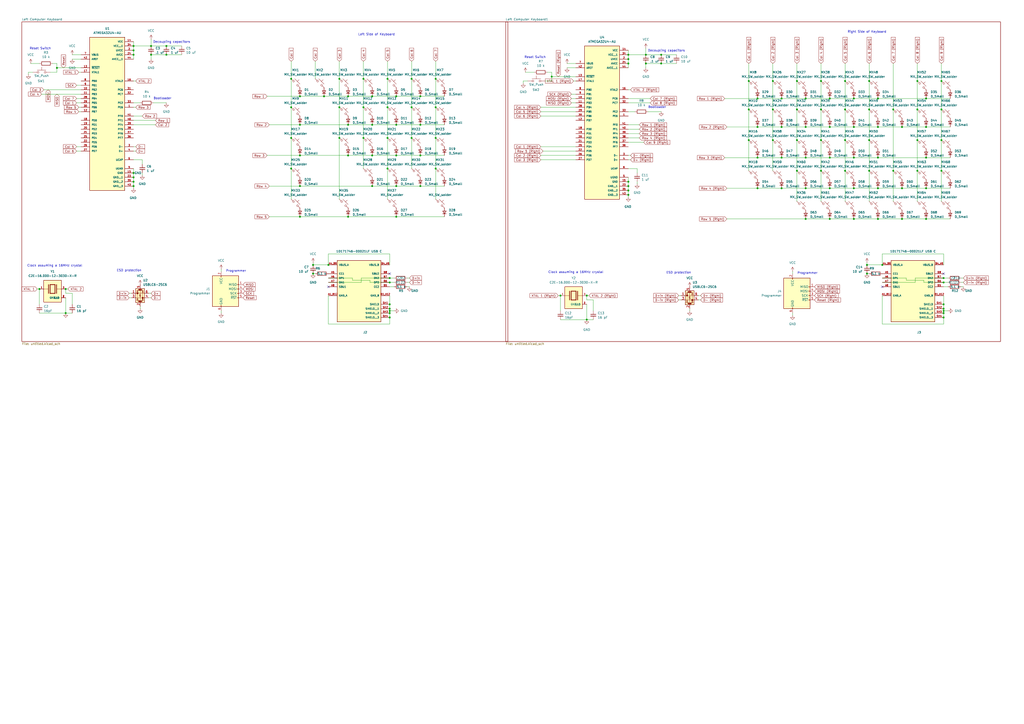
<source format=kicad_sch>
(kicad_sch (version 20250114) (generator "eeschema") (generator_version "9.0")
  (paper "A2")
  (title_block (title "Ergonomic Computer Keyboard") (company "Mason Barlow"))
  (text "Decoupling capacitors\n" (at 386.588 29.464 0) (effects (font (size 1.27 1.27))))
  (text "Right Side of Keyboard\n" (at 502.92 18.542 0) (effects (font (size 1.27 1.27))))
  (text "Left Side of Keyboard\n" (at 218.44 20.066 0) (effects (font (size 1.27 1.27))))
  (text "Reset Switch" (at 23.368 28.194 0) (effects (font (size 1.27 1.27))))
  (text "ESD protection\n" (at 74.93 156.972 0) (effects (font (size 1.27 1.27))))
  (text "Bootloader" (at 381.254 62.23 0) (effects (font (size 1.27 1.27))))
  (text "Programmer\n" (at 136.906 157.226 0) (effects (font (size 1.27 1.27))))
  (text "Clock assuming a 16MHz crystal" (at 334.01 157.988 0) (effects (font (size 1.27 1.27))))
  (text "ESD protection\n" (at 393.7 158.242 0) (effects (font (size 1.27 1.27))))
  (text "Decoupling capacitors\n" (at 99.568 24.384 0) (effects (font (size 1.27 1.27))))
  (text "Clock assuming a 16MHz crystal" (at 31.75 154.178 0) (effects (font (size 1.27 1.27))))
  (text "Programmer\n" (at 468.376 158.496 0) (effects (font (size 1.27 1.27))))
  (text "Reset Switch" (at 310.388 33.274 0) (effects (font (size 1.27 1.27))))
  (text "Bootloader" (at 94.234 57.15 0) (effects (font (size 1.27 1.27))))
  (junction (at 523.24 109.22))
  (junction (at 504.19 99.06))
  (junction (at 546.1 46.99))
  (junction (at 196.85 80.01))
  (junction (at 462.28 46.99))
  (junction (at 453.39 91.44))
  (junction (at 502.92 153.67))
  (junction (at 547.37 161.29))
  (junction (at 490.22 63.5))
  (junction (at 210.82 80.01))
  (junction (at 481.33 127))
  (junction (at 374.65 31.75))
  (junction (at 547.37 163.83))
  (junction (at 190.5 153.67))
  (junction (at 226.06 181.61))
  (junction (at 173.99 72.39))
  (junction (at 546.1 63.5))
  (junction (at 215.9 107.95))
  (junction (at 215.9 72.39))
  (junction (at 439.42 57.15))
  (junction (at 173.99 55.88))
  (junction (at 210.82 62.23))
  (junction (at 226.06 179.07))
  (junction (at 547.37 179.07))
  (junction (at 490.22 99.06))
  (junction (at 38.1 181.61))
  (junction (at 374.65 36.83))
  (junction (at 22.86 167.64))
  (junction (at 226.06 161.29))
  (junction (at 547.37 184.15))
  (junction (at 481.33 57.15))
  (junction (at 77.47 100.33))
  (junction (at 364.49 31.75))
  (junction (at 77.47 107.95))
  (junction (at 173.99 90.17))
  (junction (at 364.49 34.29))
  (junction (at 476.25 63.5))
  (junction (at 33.02 39.37))
  (junction (at 509.27 57.15))
  (junction (at 243.84 55.88))
  (junction (at 181.61 158.75))
  (junction (at 504.19 81.28))
  (junction (at 481.33 73.66))
  (junction (at 224.79 62.23))
  (junction (at 490.22 81.28))
  (junction (at 518.16 63.5))
  (junction (at 252.73 45.72))
  (junction (at 532.13 46.99))
  (junction (at 537.21 127))
  (junction (at 467.36 127))
  (junction (at 467.36 91.44))
  (junction (at 168.91 45.72))
  (junction (at 215.9 90.17))
  (junction (at 320.04 44.45))
  (junction (at 196.85 62.23))
  (junction (at 481.33 91.44))
  (junction (at 77.47 31.75))
  (junction (at 87.63 31.75))
  (junction (at 523.24 73.66))
  (junction (at 467.36 109.22))
  (junction (at 476.25 99.06))
  (junction (at 537.21 109.22))
  (junction (at 504.19 63.5))
  (junction (at 87.63 26.67))
  (junction (at 173.99 107.95))
  (junction (at 509.27 109.22))
  (junction (at 467.36 57.15))
  (junction (at 518.16 99.06))
  (junction (at 210.82 45.72))
  (junction (at 537.21 57.15))
  (junction (at 502.92 158.75))
  (junction (at 196.85 45.72))
  (junction (at 453.39 57.15))
  (junction (at 340.36 185.42))
  (junction (at 201.93 125.73))
  (junction (at 532.13 63.5))
  (junction (at 547.37 180.34))
  (junction (at 434.34 63.5))
  (junction (at 462.28 99.06))
  (junction (at 439.42 73.66))
  (junction (at 168.91 97.79))
  (junction (at 38.1 167.64))
  (junction (at 462.28 81.28))
  (junction (at 77.47 26.67))
  (junction (at 243.84 90.17))
  (junction (at 439.42 91.44))
  (junction (at 168.91 62.23))
  (junction (at 229.87 72.39))
  (junction (at 229.87 55.88))
  (junction (at 215.9 55.88))
  (junction (at 226.06 163.83))
  (junction (at 383.54 36.83))
  (junction (at 462.28 63.5))
  (junction (at 325.12 171.45))
  (junction (at 547.37 176.53))
  (junction (at 201.93 90.17))
  (junction (at 173.99 125.73))
  (junction (at 547.37 181.61))
  (junction (at 495.3 91.44))
  (junction (at 252.73 80.01))
  (junction (at 252.73 62.23))
  (junction (at 476.25 46.99))
  (junction (at 243.84 107.95))
  (junction (at 453.39 73.66))
  (junction (at 229.87 125.73))
  (junction (at 481.33 109.22))
  (junction (at 546.1 99.06))
  (junction (at 546.1 81.28))
  (junction (at 229.87 107.95))
  (junction (at 238.76 80.01))
  (junction (at 96.52 26.67))
  (junction (at 201.93 72.39))
  (junction (at 495.3 57.15))
  (junction (at 383.54 31.75))
  (junction (at 238.76 62.23))
  (junction (at 495.3 109.22))
  (junction (at 238.76 45.72))
  (junction (at 224.79 45.72))
  (junction (at 364.49 113.03))
  (junction (at 96.52 31.75))
  (junction (at 509.27 91.44))
  (junction (at 509.27 127))
  (junction (at 340.36 171.45))
  (junction (at 226.06 176.53))
  (junction (at 495.3 73.66))
  (junction (at 364.49 105.41))
  (junction (at 187.96 55.88))
  (junction (at 453.39 109.22))
  (junction (at 434.34 81.28))
  (junction (at 77.47 29.21))
  (junction (at 226.06 180.34))
  (junction (at 537.21 73.66))
  (junction (at 439.42 109.22))
  (junction (at 532.13 99.06))
  (junction (at 495.3 127))
  (junction (at 364.49 110.49))
  (junction (at 434.34 46.99))
  (junction (at 77.47 105.41))
  (junction (at 504.19 46.99))
  (junction (at 77.47 102.87))
  (junction (at 243.84 72.39))
  (junction (at 229.87 90.17))
  (junction (at 224.79 97.79))
  (junction (at 224.79 80.01))
  (junction (at 364.49 36.83))
  (junction (at 448.31 46.99))
  (junction (at 448.31 63.5))
  (junction (at 523.24 127))
  (junction (at 537.21 91.44))
  (junction (at 448.31 81.28))
  (junction (at 509.27 73.66))
  (junction (at 476.25 81.28))
  (junction (at 201.93 55.88))
  (junction (at 226.06 184.15))
  (junction (at 168.91 80.01))
  (junction (at 511.81 153.67))
  (junction (at 364.49 107.95))
  (junction (at 532.13 81.28))
  (junction (at 252.73 97.79))
  (junction (at 490.22 46.99))
  (junction (at 467.36 73.66))
  (junction (at 181.61 153.67))
  (no_connect (at 226.06 158.75))
  (no_connect (at 547.37 158.75))
  (no_connect (at 511.81 166.37))
  (no_connect (at 190.5 166.37))
  (wire (pts (xy 393.7 171.45) (xy 394.97 171.45)))
  (wire (pts (xy 210.82 45.72) (xy 210.82 62.23)))
  (wire (pts (xy 331.47 57.15) (xy 334.01 57.15)))
  (wire (pts (xy 77.47 105.41) (xy 77.47 107.95)))
  (wire (pts (xy 196.85 45.72) (xy 196.85 62.23)))
  (wire (pts (xy 45.72 64.77) (xy 46.99 64.77)))
  (wire (pts (xy 313.69 67.31) (xy 334.01 67.31)))
  (wire (pts (xy 252.73 62.23) (xy 252.73 80.01)))
  (wire (pts (xy 420.37 57.15) (xy 439.42 57.15)))
  (wire (pts (xy 439.42 57.15) (xy 453.39 57.15)))
  (wire (pts (xy 33.02 36.83) (xy 30.48 36.83)))
  (wire (pts (xy 549.91 166.37) (xy 547.37 166.37)))
  (wire (pts (xy 504.19 36.83) (xy 504.19 46.99)))
  (wire (pts (xy 453.39 109.22) (xy 467.36 109.22)))
  (wire (pts (xy 325.12 171.45) (xy 325.12 180.34)))
  (wire (pts (xy 190.5 187.96) (xy 226.06 187.96)))
  (wire (pts (xy 44.45 87.63) (xy 46.99 87.63)))
  (wire (pts (xy 511.81 147.32) (xy 547.37 147.32)))
  (wire (pts (xy 204.47 161.29) (xy 190.5 161.29)))
  (wire (pts (xy 201.93 125.73) (xy 229.87 125.73)))
  (wire (pts (xy 41.91 176.53) (xy 41.91 170.18)))
  (wire (pts (xy 364.49 110.49) (xy 364.49 113.03)))
  (wire (pts (xy 224.79 97.79) (xy 224.79 115.57)))
  (wire (pts (xy 77.47 109.22) (xy 77.47 107.95)))
  (wire (pts (xy 374.65 36.83) (xy 374.65 39.37)))
  (wire (pts (xy 537.21 109.22) (xy 551.18 109.22)))
  (wire (pts (xy 210.82 35.56) (xy 210.82 45.72)))
  (wire (pts (xy 323.85 171.45) (xy 325.12 171.45)))
  (wire (pts (xy 364.49 36.83) (xy 364.49 39.37)))
  (wire (pts (xy 481.33 127) (xy 495.3 127)))
  (wire (pts (xy 173.99 107.95) (xy 215.9 107.95)))
  (wire (pts (xy 434.34 36.83) (xy 434.34 46.99)))
  (wire (pts (xy 328.93 39.37) (xy 334.01 39.37)))
  (wire (pts (xy 44.45 49.53) (xy 46.99 49.53)))
  (wire (pts (xy 243.84 55.88) (xy 257.81 55.88)))
  (wire (pts (xy 77.47 26.67) (xy 87.63 26.67)))
  (wire (pts (xy 17.78 36.83) (xy 22.86 36.83)))
  (wire (pts (xy 331.47 54.61) (xy 334.01 54.61)))
  (wire (pts (xy 364.49 64.77) (xy 368.3 64.77)))
  (wire (pts (xy 87.63 170.18) (xy 86.36 170.18)))
  (wire (pts (xy 16.51 41.91) (xy 16.51 43.18)))
  (wire (pts (xy 370.84 72.39) (xy 364.49 72.39)))
  (wire (pts (xy 421.64 127) (xy 467.36 127)))
  (wire (pts (xy 400.05 179.07) (xy 400.05 180.34)))
  (wire (pts (xy 439.42 109.22) (xy 453.39 109.22)))
  (wire (pts (xy 38.1 172.72) (xy 38.1 181.61)))
  (wire (pts (xy 340.36 173.99) (xy 340.36 171.45)))
  (wire (pts (xy 502.92 153.67) (xy 511.81 153.67)))
  (wire (pts (xy 370.84 77.47) (xy 364.49 77.47)))
  (wire (pts (xy 374.65 36.83) (xy 383.54 36.83)))
  (wire (pts (xy 518.16 63.5) (xy 518.16 99.06)))
  (wire (pts (xy 173.99 125.73) (xy 201.93 125.73)))
  (wire (pts (xy 549.91 161.29) (xy 547.37 161.29)))
  (wire (pts (xy 476.25 81.28) (xy 476.25 99.06)))
  (wire (pts (xy 532.13 99.06) (xy 532.13 116.84)))
  (wire (pts (xy 304.8 41.91) (xy 309.88 41.91)))
  (wire (pts (xy 537.21 127) (xy 551.18 127)))
  (wire (pts (xy 22.86 181.61) (xy 38.1 181.61)))
  (wire (pts (xy 374.65 31.75) (xy 383.54 31.75)))
  (wire (pts (xy 495.3 127) (xy 509.27 127)))
  (wire (pts (xy 547.37 181.61) (xy 547.37 184.15)))
  (wire (pts (xy 190.5 163.83) (xy 209.55 163.83)))
  (wire (pts (xy 45.72 41.91) (xy 46.99 41.91)))
  (wire (pts (xy 364.49 114.3) (xy 364.49 113.03)))
  (wire (pts (xy 313.69 90.17) (xy 334.01 90.17)))
  (wire (pts (xy 490.22 81.28) (xy 490.22 99.06)))
  (wire (pts (xy 453.39 57.15) (xy 467.36 57.15)))
  (wire (pts (xy 44.45 85.09) (xy 46.99 85.09)))
  (wire (pts (xy 344.17 173.99) (xy 340.36 173.99)))
  (wire (pts (xy 46.99 39.37) (xy 33.02 39.37)))
  (wire (pts (xy 420.37 91.44) (xy 439.42 91.44)))
  (wire (pts (xy 547.37 171.45) (xy 547.37 176.53)))
  (wire (pts (xy 238.76 45.72) (xy 238.76 62.23)))
  (wire (pts (xy 21.59 167.64) (xy 22.86 167.64)))
  (wire (pts (xy 237.49 166.37) (xy 236.22 166.37)))
  (wire (pts (xy 467.36 73.66) (xy 481.33 73.66)))
  (wire (pts (xy 210.82 62.23) (xy 210.82 80.01)))
  (wire (pts (xy 226.06 163.83) (xy 214.63 163.83)))
  (wire (pts (xy 344.17 180.34) (xy 344.17 173.99)))
  (wire (pts (xy 45.72 62.23) (xy 46.99 62.23)))
  (wire (pts (xy 434.34 46.99) (xy 434.34 63.5)))
  (wire (pts (xy 504.19 99.06) (xy 504.19 116.84)))
  (wire (pts (xy 238.76 35.56) (xy 238.76 45.72)))
  (wire (pts (xy 224.79 62.23) (xy 224.79 80.01)))
  (wire (pts (xy 370.84 74.93) (xy 364.49 74.93)))
  (wire (pts (xy 201.93 90.17) (xy 215.9 90.17)))
  (wire (pts (xy 77.47 26.67) (xy 77.47 29.21)))
  (wire (pts (xy 168.91 80.01) (xy 168.91 97.79)))
  (wire (pts (xy 33.02 39.37) (xy 33.02 36.83)))
  (wire (pts (xy 525.78 161.29) (xy 511.81 161.29)))
  (wire (pts (xy 523.24 109.22) (xy 537.21 109.22)))
  (wire (pts (xy 226.06 171.45) (xy 226.06 176.53)))
  (wire (pts (xy 518.16 36.83) (xy 518.16 63.5)))
  (wire (pts (xy 82.55 92.71) (xy 82.55 95.25)))
  (wire (pts (xy 537.21 91.44) (xy 551.18 91.44)))
  (wire (pts (xy 316.23 46.99) (xy 320.04 46.99)))
  (wire (pts (xy 154.94 55.88) (xy 173.99 55.88)))
  (wire (pts (xy 190.5 171.45) (xy 190.5 187.96)))
  (wire (pts (xy 459.74 157.48) (xy 459.74 158.75)))
  (wire (pts (xy 229.87 90.17) (xy 243.84 90.17)))
  (wire (pts (xy 467.36 91.44) (xy 481.33 91.44)))
  (wire (pts (xy 87.63 31.75) (xy 87.63 34.29)))
  (wire (pts (xy 201.93 72.39) (xy 215.9 72.39)))
  (wire (pts (xy 334.01 44.45) (xy 320.04 44.45)))
  (wire (pts (xy 530.86 161.29) (xy 547.37 161.29)))
  (wire (pts (xy 462.28 46.99) (xy 462.28 63.5)))
  (wire (pts (xy 156.21 125.73) (xy 173.99 125.73)))
  (wire (pts (xy 509.27 91.44) (xy 537.21 91.44)))
  (wire (pts (xy 406.4 171.45) (xy 405.13 171.45)))
  (wire (pts (xy 88.9 59.69) (xy 96.52 59.69)))
  (wire (pts (xy 243.84 90.17) (xy 257.81 90.17)))
  (wire (pts (xy 453.39 73.66) (xy 467.36 73.66)))
  (wire (pts (xy 182.88 35.56) (xy 182.88 45.72)))
  (wire (pts (xy 224.79 80.01) (xy 224.79 97.79)))
  (wire (pts (xy 511.81 171.45) (xy 511.81 187.96)))
  (wire (pts (xy 546.1 63.5) (xy 546.1 81.28)))
  (wire (pts (xy 370.84 80.01) (xy 364.49 80.01)))
  (wire (pts (xy 44.45 59.69) (xy 46.99 59.69)))
  (wire (pts (xy 365.76 92.71) (xy 364.49 92.71)))
  (wire (pts (xy 214.63 162.56) (xy 204.47 162.56)))
  (wire (pts (xy 214.63 163.83) (xy 214.63 162.56)))
  (wire (pts (xy 532.13 36.83) (xy 532.13 46.99)))
  (wire (pts (xy 511.81 163.83) (xy 530.86 163.83)))
  (wire (pts (xy 511.81 153.67) (xy 511.81 147.32)))
  (wire (pts (xy 39.37 167.64) (xy 38.1 167.64)))
  (wire (pts (xy 462.28 81.28) (xy 462.28 99.06)))
  (wire (pts (xy 320.04 44.45) (xy 320.04 41.91)))
  (wire (pts (xy 78.74 62.23) (xy 77.47 62.23)))
  (wire (pts (xy 77.47 31.75) (xy 77.47 34.29)))
  (wire (pts (xy 490.22 99.06) (xy 490.22 116.84)))
  (wire (pts (xy 364.49 31.75) (xy 364.49 34.29)))
  (wire (pts (xy 215.9 72.39) (xy 229.87 72.39)))
  (wire (pts (xy 509.27 109.22) (xy 523.24 109.22)))
  (wire (pts (xy 518.16 99.06) (xy 518.16 116.84)))
  (wire (pts (xy 377.19 59.69) (xy 364.49 59.69)))
  (wire (pts (xy 38.1 181.61) (xy 41.91 181.61)))
  (wire (pts (xy 547.37 147.32) (xy 547.37 153.67)))
  (wire (pts (xy 476.25 46.99) (xy 476.25 63.5)))
  (wire (pts (xy 476.25 36.83) (xy 476.25 46.99)))
  (wire (pts (xy 226.06 180.34) (xy 226.06 181.61)))
  (wire (pts (xy 467.36 57.15) (xy 481.33 57.15)))
  (wire (pts (xy 173.99 55.88) (xy 187.96 55.88)))
  (wire (pts (xy 331.47 59.69) (xy 334.01 59.69)))
  (wire (pts (xy 481.33 109.22) (xy 495.3 109.22)))
  (wire (pts (xy 364.49 29.21) (xy 364.49 31.75)))
  (wire (pts (xy 252.73 97.79) (xy 252.73 115.57)))
  (wire (pts (xy 313.69 62.23) (xy 334.01 62.23)))
  (wire (pts (xy 226.06 184.15) (xy 226.06 187.96)))
  (wire (pts (xy 547.37 179.07) (xy 547.37 180.34)))
  (wire (pts (xy 243.84 107.95) (xy 257.81 107.95)))
  (wire (pts (xy 168.91 62.23) (xy 168.91 80.01)))
  (wire (pts (xy 558.8 161.29) (xy 557.53 161.29)))
  (wire (pts (xy 558.8 163.83) (xy 557.53 163.83)))
  (wire (pts (xy 187.96 55.88) (xy 201.93 55.88)))
  (wire (pts (xy 383.54 31.75) (xy 392.43 31.75)))
  (wire (pts (xy 314.96 87.63) (xy 334.01 87.63)))
  (wire (pts (xy 16.51 41.91) (xy 19.05 41.91)))
  (wire (pts (xy 81.28 177.8) (xy 81.28 179.07)))
  (wire (pts (xy 228.6 161.29) (xy 226.06 161.29)))
  (wire (pts (xy 369.57 97.79) (xy 369.57 100.33)))
  (wire (pts (xy 495.3 73.66) (xy 509.27 73.66)))
  (wire (pts (xy 77.47 59.69) (xy 81.28 59.69)))
  (wire (pts (xy 535.94 163.83) (xy 535.94 162.56)))
  (wire (pts (xy 406.4 173.99) (xy 405.13 173.99)))
  (wire (pts (xy 502.92 158.75) (xy 504.19 158.75)))
  (wire (pts (xy 78.74 87.63) (xy 77.47 87.63)))
  (wire (pts (xy 434.34 81.28) (xy 434.34 99.06)))
  (wire (pts (xy 537.21 57.15) (xy 551.18 57.15)))
  (wire (pts (xy 537.21 73.66) (xy 551.18 73.66)))
  (wire (pts (xy 29.21 41.91) (xy 33.02 41.91)))
  (wire (pts (xy 421.64 109.22) (xy 439.42 109.22)))
  (wire (pts (xy 201.93 55.88) (xy 215.9 55.88)))
  (wire (pts (xy 313.69 64.77) (xy 334.01 64.77)))
  (wire (pts (xy 87.63 31.75) (xy 96.52 31.75)))
  (wire (pts (xy 504.19 81.28) (xy 504.19 99.06)))
  (wire (pts (xy 168.91 35.56) (xy 168.91 45.72)))
  (wire (pts (xy 303.53 46.99) (xy 303.53 48.26)))
  (wire (pts (xy 364.49 31.75) (xy 374.65 31.75)))
  (wire (pts (xy 210.82 80.01) (xy 210.82 97.79)))
  (wire (pts (xy 226.06 181.61) (xy 226.06 184.15)))
  (wire (pts (xy 547.37 163.83) (xy 535.94 163.83)))
  (wire (pts (xy 383.54 36.83) (xy 392.43 36.83)))
  (wire (pts (xy 78.74 46.99) (xy 77.47 46.99)))
  (wire (pts (xy 173.99 72.39) (xy 201.93 72.39)))
  (wire (pts (xy 181.61 158.75) (xy 182.88 158.75)))
  (wire (pts (xy 24.13 54.61) (xy 46.99 54.61)))
  (wire (pts (xy 252.73 80.01) (xy 252.73 97.79)))
  (wire (pts (xy 448.31 81.28) (xy 448.31 99.06)))
  (wire (pts (xy 523.24 73.66) (xy 537.21 73.66)))
  (wire (pts (xy 364.49 105.41) (xy 364.49 107.95)))
  (wire (pts (xy 77.47 24.13) (xy 77.47 26.67)))
  (wire (pts (xy 373.38 82.55) (xy 364.49 82.55)))
  (wire (pts (xy 74.93 172.72) (xy 76.2 172.72)))
  (wire (pts (xy 215.9 55.88) (xy 229.87 55.88)))
  (wire (pts (xy 532.13 46.99) (xy 532.13 63.5)))
  (wire (pts (xy 340.36 185.42) (xy 344.17 185.42)))
  (wire (pts (xy 504.19 63.5) (xy 504.19 81.28)))
  (wire (pts (xy 226.06 176.53) (xy 226.06 179.07)))
  (wire (pts (xy 332.74 46.99) (xy 334.01 46.99)))
  (wire (pts (xy 495.3 91.44) (xy 509.27 91.44)))
  (wire (pts (xy 509.27 57.15) (xy 495.3 57.15)))
  (wire (pts (xy 74.93 170.18) (xy 76.2 170.18)))
  (wire (pts (xy 252.73 45.72) (xy 252.73 62.23)))
  (wire (pts (xy 558.8 166.37) (xy 557.53 166.37)))
  (wire (pts (xy 224.79 45.72) (xy 224.79 62.23)))
  (wire (pts (xy 511.81 187.96) (xy 547.37 187.96)))
  (wire (pts (xy 237.49 163.83) (xy 236.22 163.83)))
  (wire (pts (xy 25.4 52.07) (xy 46.99 52.07)))
  (wire (pts (xy 364.49 97.79) (xy 369.57 97.79)))
  (wire (pts (xy 77.47 100.33) (xy 77.47 102.87)))
  (wire (pts (xy 481.33 57.15) (xy 495.3 57.15)))
  (wire (pts (xy 33.02 39.37) (xy 33.02 41.91)))
  (wire (pts (xy 549.91 180.34) (xy 547.37 180.34)))
  (wire (pts (xy 128.27 181.61) (xy 128.27 180.34)))
  (wire (pts (xy 439.42 73.66) (xy 453.39 73.66)))
  (wire (pts (xy 41.91 170.18) (xy 38.1 170.18)))
  (wire (pts (xy 196.85 80.01) (xy 196.85 115.57)))
  (wire (pts (xy 462.28 36.83) (xy 462.28 46.99)))
  (wire (pts (xy 190.5 147.32) (xy 226.06 147.32)))
  (wire (pts (xy 340.36 176.53) (xy 340.36 185.42)))
  (wire (pts (xy 490.22 46.99) (xy 490.22 63.5)))
  (wire (pts (xy 82.55 101.6) (xy 82.55 100.33)))
  (wire (pts (xy 476.25 63.5) (xy 476.25 81.28)))
  (wire (pts (xy 243.84 55.88) (xy 229.87 55.88)))
  (wire (pts (xy 228.6 166.37) (xy 226.06 166.37)))
  (wire (pts (xy 243.84 72.39) (xy 257.81 72.39)))
  (wire (pts (xy 87.63 22.86) (xy 87.63 26.67)))
  (wire (pts (xy 224.79 35.56) (xy 224.79 45.72)))
  (wire (pts (xy 490.22 63.5) (xy 490.22 81.28)))
  (wire (pts (xy 90.17 69.85) (xy 77.47 69.85)))
  (wire (pts (xy 229.87 125.73) (xy 257.81 125.73)))
  (wire (pts (xy 509.27 57.15) (xy 537.21 57.15)))
  (wire (pts (xy 365.76 52.07) (xy 364.49 52.07)))
  (wire (pts (xy 41.91 34.29) (xy 46.99 34.29)))
  (wire (pts (xy 375.92 64.77) (xy 383.54 64.77)))
  (wire (pts (xy 320.04 44.45) (xy 320.04 46.99)))
  (wire (pts (xy 328.93 36.83) (xy 334.01 36.83)))
  (wire (pts (xy 44.45 57.15) (xy 46.99 57.15)))
  (wire (pts (xy 215.9 107.95) (xy 229.87 107.95)))
  (wire (pts (xy 341.63 171.45) (xy 340.36 171.45)))
  (wire (pts (xy 525.78 162.56) (xy 525.78 161.29)))
  (wire (pts (xy 168.91 97.79) (xy 168.91 115.57)))
  (wire (pts (xy 421.64 73.66) (xy 439.42 73.66)))
  (wire (pts (xy 196.85 35.56) (xy 196.85 45.72)))
  (wire (pts (xy 238.76 62.23) (xy 238.76 80.01)))
  (wire (pts (xy 78.74 85.09) (xy 77.47 85.09)))
  (wire (pts (xy 504.19 46.99) (xy 504.19 63.5)))
  (wire (pts (xy 181.61 152.4) (xy 181.61 153.67)))
  (wire (pts (xy 168.91 45.72) (xy 168.91 62.23)))
  (wire (pts (xy 374.65 27.94) (xy 374.65 31.75)))
  (wire (pts (xy 453.39 91.44) (xy 467.36 91.44)))
  (wire (pts (xy 209.55 163.83) (xy 209.55 161.29)))
  (wire (pts (xy 128.27 156.21) (xy 128.27 157.48)))
  (wire (pts (xy 215.9 90.17) (xy 229.87 90.17)))
  (wire (pts (xy 96.52 31.75) (xy 105.41 31.75)))
  (wire (pts (xy 325.12 185.42) (xy 340.36 185.42)))
  (wire (pts (xy 87.63 172.72) (xy 86.36 172.72)))
  (wire (pts (xy 365.76 90.17) (xy 364.49 90.17)))
  (wire (pts (xy 22.86 167.64) (xy 22.86 176.53)))
  (wire (pts (xy 77.47 92.71) (xy 82.55 92.71)))
  (wire (pts (xy 377.19 57.15) (xy 364.49 57.15)))
  (wire (pts (xy 481.33 73.66) (xy 495.3 73.66)))
  (wire (pts (xy 303.53 46.99) (xy 306.07 46.99)))
  (wire (pts (xy 229.87 72.39) (xy 243.84 72.39)))
  (wire (pts (xy 209.55 161.29) (xy 226.06 161.29)))
  (wire (pts (xy 77.47 102.87) (xy 77.47 105.41)))
  (wire (pts (xy 228.6 163.83) (xy 226.06 163.83)))
  (wire (pts (xy 547.37 180.34) (xy 547.37 181.61)))
  (wire (pts (xy 549.91 163.83) (xy 547.37 163.83)))
  (wire (pts (xy 530.86 163.83) (xy 530.86 161.29)))
  (wire (pts (xy 190.5 153.67) (xy 190.5 147.32)))
  (wire (pts (xy 82.55 67.31) (xy 77.47 67.31)))
  (wire (pts (xy 509.27 127) (xy 523.24 127)))
  (wire (pts (xy 313.69 85.09) (xy 334.01 85.09)))
  (wire (pts (xy 364.49 102.87) (xy 364.49 105.41)))
  (wire (pts (xy 448.31 63.5) (xy 448.31 81.28)))
  (wire (pts (xy 546.1 36.83) (xy 546.1 46.99)))
  (wire (pts (xy 77.47 97.79) (xy 77.47 100.33)))
  (wire (pts (xy 228.6 180.34) (xy 226.06 180.34)))
  (wire (pts (xy 532.13 63.5) (xy 532.13 81.28)))
  (wire (pts (xy 369.57 106.68) (xy 369.57 105.41)))
  (wire (pts (xy 495.3 109.22) (xy 509.27 109.22)))
  (wire (pts (xy 459.74 182.88) (xy 459.74 181.61)))
  (wire (pts (xy 546.1 99.06) (xy 546.1 116.84)))
  (wire (pts (xy 77.47 72.39) (xy 90.17 72.39)))
  (wire (pts (xy 439.42 91.44) (xy 453.39 91.44)))
  (wire (pts (xy 546.1 81.28) (xy 546.1 99.06)))
  (wire (pts (xy 364.49 34.29) (xy 364.49 36.83)))
  (wire (pts (xy 320.04 41.91) (xy 317.5 41.91)))
  (wire (pts (xy 313.69 92.71) (xy 334.01 92.71)))
  (wire (pts (xy 547.37 184.15) (xy 547.37 187.96)))
  (wire (pts (xy 204.47 162.56) (xy 204.47 161.29)))
  (wire (pts (xy 462.28 99.06) (xy 462.28 116.84)))
  (wire (pts (xy 509.27 73.66) (xy 523.24 73.66)))
  (wire (pts (xy 434.34 63.5) (xy 434.34 81.28)))
  (wire (pts (xy 156.21 72.39) (xy 173.99 72.39)))
  (wire (pts (xy 181.61 153.67) (xy 190.5 153.67)))
  (wire (pts (xy 41.91 31.75) (xy 46.99 31.75)))
  (wire (pts (xy 467.36 127) (xy 481.33 127)))
  (wire (pts (xy 393.7 173.99) (xy 394.97 173.99)))
  (wire (pts (xy 490.22 36.83) (xy 490.22 46.99)))
  (wire (pts (xy 467.36 109.22) (xy 481.33 109.22)))
  (wire (pts (xy 462.28 63.5) (xy 462.28 81.28)))
  (wire (pts (xy 237.49 161.29) (xy 236.22 161.29)))
  (wire (pts (xy 481.33 91.44) (xy 495.3 91.44)))
  (wire (pts (xy 523.24 127) (xy 537.21 127)))
  (wire (pts (xy 226.06 147.32) (xy 226.06 153.67)))
  (wire (pts (xy 252.73 35.56) (xy 252.73 45.72)))
  (wire (pts (xy 38.1 170.18) (xy 38.1 167.64)))
  (wire (pts (xy 77.47 29.21) (xy 77.47 31.75)))
  (wire (pts (xy 448.31 36.83) (xy 448.31 46.99)))
  (wire (pts (xy 532.13 81.28) (xy 532.13 99.06)))
  (wire (pts (xy 448.31 46.99) (xy 448.31 63.5)))
  (wire (pts (xy 173.99 90.17) (xy 201.93 90.17)))
  (wire (pts (xy 87.63 26.67) (xy 96.52 26.67)))
  (wire (pts (xy 476.25 99.06) (xy 476.25 116.84)))
  (wire (pts (xy 502.92 152.4) (xy 502.92 153.67)))
  (wire (pts (xy 535.94 162.56) (xy 525.78 162.56)))
  (wire (pts (xy 156.21 107.95) (xy 173.99 107.95)))
  (wire (pts (xy 196.85 62.23) (xy 196.85 80.01)))
  (wire (pts (xy 364.49 107.95) (xy 364.49 110.49)))
  (wire (pts (xy 238.76 80.01) (xy 238.76 97.79)))
  (wire (pts (xy 154.94 90.17) (xy 173.99 90.17)))
  (wire (pts (xy 96.52 26.67) (xy 105.41 26.67)))
  (wire (pts (xy 547.37 176.53) (xy 547.37 179.07)))
  (wire (pts (xy 226.06 179.07) (xy 226.06 180.34)))
  (wire (pts (xy 546.1 46.99) (xy 546.1 63.5)))
  (wire (pts (xy 229.87 107.95) (xy 243.84 107.95)))
  (global_label "SCK" (shape input) (at 44.45 49.53 180) (property "Intersheetrefs" "${INTERSHEET_REFS}" (effects (hide yes))))
  (global_label "Col 1 (Right)" (shape input) (at 313.69 85.09 180) (property "Intersheetrefs" "${INTERSHEET_REFS}" (effects (hide yes))))
  (global_label "D+in (Right)" (shape input) (at 558.8 161.29 0) (property "Intersheetrefs" "${INTERSHEET_REFS}" (effects (hide yes))))
  (global_label "Row 3" (shape input) (at 154.94 90.17 180) (property "Intersheetrefs" "${INTERSHEET_REFS}" (effects (hide yes))))
  (global_label "Row 2 (Right)" (shape input) (at 370.84 74.93 0) (property "Intersheetrefs" "${INTERSHEET_REFS}" (effects (hide yes))))
  (global_label "Row 4 (Right)" (shape input) (at 370.84 80.01 0) (property "Intersheetrefs" "${INTERSHEET_REFS}" (effects (hide yes))))
  (global_label "Col 3 (Right)" (shape input) (at 313.69 92.71 180) (property "Intersheetrefs" "${INTERSHEET_REFS}" (effects (hide yes))))
  (global_label "Col 9 (Right)" (shape input) (at 373.38 82.55 0) (property "Intersheetrefs" "${INTERSHEET_REFS}" (effects (hide yes))))
  (global_label "Col 5 (Right)" (shape input) (at 490.22 36.83 90) (property "Intersheetrefs" "${INTERSHEET_REFS}" (effects (hide yes))))
  (global_label "MOSI" (shape input) (at 27.94 52.07 270) (property "Intersheetrefs" "${INTERSHEET_REFS}" (effects (hide yes))))
  (global_label "Col 9 (Right)" (shape input) (at 546.1 36.83 90) (property "Intersheetrefs" "${INTERSHEET_REFS}" (effects (hide yes))))
  (global_label "Col 8 (Right)" (shape input) (at 532.13 36.83 90) (property "Intersheetrefs" "${INTERSHEET_REFS}" (effects (hide yes))))
  (global_label "Row 3 (Right)" (shape input) (at 420.37 91.44 180) (property "Intersheetrefs" "${INTERSHEET_REFS}" (effects (hide yes))))
  (global_label "Col 7 (Right)" (shape input) (at 518.16 36.83 90) (property "Intersheetrefs" "${INTERSHEET_REFS}" (effects (hide yes))))
  (global_label "Col 2" (shape input) (at 182.88 35.56 90) (property "Intersheetrefs" "${INTERSHEET_REFS}" (effects (hide yes))))
  (global_label "Col 6 (Right)" (shape input) (at 313.69 67.31 180) (property "Intersheetrefs" "${INTERSHEET_REFS}" (effects (hide yes))))
  (global_label "D-" (shape input) (at 78.74 85.09 0) (property "Intersheetrefs" "${INTERSHEET_REFS}" (effects (hide yes))))
  (global_label "D+in (Right)" (shape input) (at 393.7 171.45 180) (property "Intersheetrefs" "${INTERSHEET_REFS}" (effects (hide yes))))
  (global_label "SCK (Right)" (shape input) (at 472.44 171.45 0) (property "Intersheetrefs" "${INTERSHEET_REFS}" (effects (hide yes))))
  (global_label "Row 2 (Right)" (shape input) (at 421.64 73.66 180) (property "Intersheetrefs" "${INTERSHEET_REFS}" (effects (hide yes))))
  (global_label "Col 4" (shape input) (at 210.82 35.56 90) (property "Intersheetrefs" "${INTERSHEET_REFS}" (effects (hide yes))))
  (global_label "MISO (Right)" (shape input) (at 331.47 59.69 180) (property "Intersheetrefs" "${INTERSHEET_REFS}" (effects (hide yes))))
  (global_label "Col 3 (Right)" (shape input) (at 462.28 36.83 90) (property "Intersheetrefs" "${INTERSHEET_REFS}" (effects (hide yes))))
  (global_label "XTAL 2" (shape input) (at 39.37 167.64 0) (property "Intersheetrefs" "${INTERSHEET_REFS}" (effects (hide yes))))
  (global_label "XTAL 2" (shape input) (at 78.74 46.99 0) (property "Intersheetrefs" "${INTERSHEET_REFS}" (effects (hide yes))))
  (global_label "Col 2 (Right)" (shape input) (at 313.69 90.17 180) (property "Intersheetrefs" "${INTERSHEET_REFS}" (effects (hide yes))))
  (global_label "Col 8 (Right)" (shape input) (at 377.19 59.69 0) (property "Intersheetrefs" "${INTERSHEET_REFS}" (effects (hide yes))))
  (global_label "Row 5" (shape input) (at 156.21 125.73 180) (property "Intersheetrefs" "${INTERSHEET_REFS}" (effects (hide yes))))
  (global_label "Col 2 (Right)" (shape input) (at 448.31 36.83 90) (property "Intersheetrefs" "${INTERSHEET_REFS}" (effects (hide yes))))
  (global_label "Col 5" (shape input) (at 44.45 85.09 180) (property "Intersheetrefs" "${INTERSHEET_REFS}" (effects (hide yes))))
  (global_label "Row 4" (shape input) (at 45.72 64.77 180) (property "Intersheetrefs" "${INTERSHEET_REFS}" (effects (hide yes))))
  (global_label "MOSI (Right)" (shape input) (at 472.44 168.91 0) (property "Intersheetrefs" "${INTERSHEET_REFS}" (effects (hide yes))))
  (global_label "Col 5 (Right)" (shape input) (at 313.69 64.77 180) (property "Intersheetrefs" "${INTERSHEET_REFS}" (effects (hide yes))))
  (global_label "D-in (Right)" (shape input) (at 393.7 173.99 180) (property "Intersheetrefs" "${INTERSHEET_REFS}" (effects (hide yes))))
  (global_label "XTAL 1 (Right)" (shape input) (at 323.85 171.45 180) (property "Intersheetrefs" "${INTERSHEET_REFS}" (effects (hide yes))))
  (global_label "Row 1" (shape input) (at 90.17 69.85 0) (property "Intersheetrefs" "${INTERSHEET_REFS}" (effects (hide yes))))
  (global_label "XTAL 1" (shape input) (at 21.59 167.64 180) (property "Intersheetrefs" "${INTERSHEET_REFS}" (effects (hide yes))))
  (global_label "MOSI (Right)" (shape input) (at 331.47 57.15 180) (property "Intersheetrefs" "${INTERSHEET_REFS}" (effects (hide yes))))
  (global_label "D+" (shape input) (at 78.74 87.63 0) (property "Intersheetrefs" "${INTERSHEET_REFS}" (effects (hide yes))))
  (global_label "MOSI" (shape input) (at 140.97 167.64 0) (property "Intersheetrefs" "${INTERSHEET_REFS}" (effects (hide yes))))
  (global_label "XTAL 2 (Right)" (shape input) (at 365.76 52.07 0) (property "Intersheetrefs" "${INTERSHEET_REFS}" (effects (hide yes))))
  (global_label "Row 1" (shape input) (at 154.94 55.88 180) (property "Intersheetrefs" "${INTERSHEET_REFS}" (effects (hide yes))))
  (global_label "Col 1 (Right)" (shape input) (at 434.34 36.83 90) (property "Intersheetrefs" "${INTERSHEET_REFS}" (effects (hide yes))))
  (global_label "Reset (Right)" (shape input) (at 472.44 173.99 0) (property "Intersheetrefs" "${INTERSHEET_REFS}" (effects (hide yes))))
  (global_label "Col 6 (Right)" (shape input) (at 504.19 36.83 90) (property "Intersheetrefs" "${INTERSHEET_REFS}" (effects (hide yes))))
  (global_label "Row 2" (shape input) (at 82.55 67.31 0) (property "Intersheetrefs" "${INTERSHEET_REFS}" (effects (hide yes))))
  (global_label "D- (Right)" (shape input) (at 365.76 90.17 0) (property "Intersheetrefs" "${INTERSHEET_REFS}" (effects (hide yes))))
  (global_label "Reset" (shape input) (at 140.97 172.72 0) (property "Intersheetrefs" "${INTERSHEET_REFS}" (effects (hide yes))))
  (global_label "Col 1" (shape input) (at 44.45 59.69 180) (property "Intersheetrefs" "${INTERSHEET_REFS}" (effects (hide yes))))
  (global_label "Row 3 (Right)" (shape input) (at 370.84 77.47 0) (property "Intersheetrefs" "${INTERSHEET_REFS}" (effects (hide yes))))
  (global_label "Reset (Right)" (shape input) (at 323.85 44.45 90) (property "Intersheetrefs" "${INTERSHEET_REFS}" (effects (hide yes))))
  (global_label "Reset" (shape input) (at 36.83 39.37 90) (property "Intersheetrefs" "${INTERSHEET_REFS}" (effects (hide yes))))
  (global_label "D+in" (shape input) (at 74.93 170.18 180) (property "Intersheetrefs" "${INTERSHEET_REFS}" (effects (hide yes))))
  (global_label "MISO" (shape input) (at 33.02 54.61 270) (property "Intersheetrefs" "${INTERSHEET_REFS}" (effects (hide yes))))
  (global_label "Col 3" (shape input) (at 25.4 52.07 180) (property "Intersheetrefs" "${INTERSHEET_REFS}" (effects (hide yes))))
  (global_label "Col 7" (shape input) (at 252.73 35.56 90) (property "Intersheetrefs" "${INTERSHEET_REFS}" (effects (hide yes))))
  (global_label "Col 5" (shape input) (at 224.79 35.56 90) (property "Intersheetrefs" "${INTERSHEET_REFS}" (effects (hide yes))))
  (global_label "D-" (shape input) (at 87.63 172.72 0) (property "Intersheetrefs" "${INTERSHEET_REFS}" (effects (hide yes))))
  (global_label "D-in (Right)" (shape input) (at 558.8 163.83 0) (property "Intersheetrefs" "${INTERSHEET_REFS}" (effects (hide yes))))
  (global_label "SCK" (shape input) (at 140.97 170.18 0) (property "Intersheetrefs" "${INTERSHEET_REFS}" (effects (hide yes))))
  (global_label "D+" (shape input) (at 87.63 170.18 0) (property "Intersheetrefs" "${INTERSHEET_REFS}" (effects (hide yes))))
  (global_label "Col 6" (shape input) (at 44.45 87.63 180) (property "Intersheetrefs" "${INTERSHEET_REFS}" (effects (hide yes))))
  (global_label "D-in" (shape input) (at 237.49 163.83 0) (property "Intersheetrefs" "${INTERSHEET_REFS}" (effects (hide yes))))
  (global_label "XTAL 1" (shape input) (at 45.72 41.91 180) (property "Intersheetrefs" "${INTERSHEET_REFS}" (effects (hide yes))))
  (global_label "Col 6" (shape input) (at 238.76 35.56 90) (property "Intersheetrefs" "${INTERSHEET_REFS}" (effects (hide yes))))
  (global_label "D+ (Right)" (shape input) (at 365.76 92.71 0) (property "Intersheetrefs" "${INTERSHEET_REFS}" (effects (hide yes))))
  (global_label "D-in" (shape input) (at 74.93 172.72 180) (property "Intersheetrefs" "${INTERSHEET_REFS}" (effects (hide yes))))
  (global_label "SCK (Right)" (shape input) (at 331.47 54.61 180) (property "Intersheetrefs" "${INTERSHEET_REFS}" (effects (hide yes))))
  (global_label "Col 4 (Right)" (shape input) (at 313.69 62.23 180) (property "Intersheetrefs" "${INTERSHEET_REFS}" (effects (hide yes))))
  (global_label "Row 2" (shape input) (at 156.21 72.39 180) (property "Intersheetrefs" "${INTERSHEET_REFS}" (effects (hide yes))))
  (global_label "MISO" (shape input) (at 140.97 165.1 0) (property "Intersheetrefs" "${INTERSHEET_REFS}" (effects (hide yes))))
  (global_label "Row 1 (Right)" (shape input) (at 420.37 57.15 180) (property "Intersheetrefs" "${INTERSHEET_REFS}" (effects (hide yes))))
  (global_label "Col 4" (shape input) (at 24.13 54.61 180) (property "Intersheetrefs" "${INTERSHEET_REFS}" (effects (hide yes))))
  (global_label "Col 3" (shape input) (at 196.85 35.56 90) (property "Intersheetrefs" "${INTERSHEET_REFS}" (effects (hide yes))))
  (global_label "Col 4 (Right)" (shape input) (at 476.25 36.83 90) (property "Intersheetrefs" "${INTERSHEET_REFS}" (effects (hide yes))))
  (global_label "Col 2" (shape input) (at 90.17 72.39 0) (property "Intersheetrefs" "${INTERSHEET_REFS}" (effects (hide yes))))
  (global_label "D+ (Right)" (shape input) (at 406.4 171.45 0) (property "Intersheetrefs" "${INTERSHEET_REFS}" (effects (hide yes))))
  (global_label "XTAL 2 (Right)" (shape input) (at 341.63 171.45 0) (property "Intersheetrefs" "${INTERSHEET_REFS}" (effects (hide yes))))
  (global_label "Col 7" (shape input) (at 44.45 57.15 180) (property "Intersheetrefs" "${INTERSHEET_REFS}" (effects (hide yes))))
  (global_label "D+in" (shape input) (at 237.49 161.29 0) (property "Intersheetrefs" "${INTERSHEET_REFS}" (effects (hide yes))))
  (global_label "Row 3" (shape input) (at 78.74 62.23 0) (property "Intersheetrefs" "${INTERSHEET_REFS}" (effects (hide yes))))
  (global_label "D- (Right)" (shape input) (at 406.4 173.99 0) (property "Intersheetrefs" "${INTERSHEET_REFS}" (effects (hide yes))))
  (global_label "Row 5 (Right)" (shape input) (at 314.96 87.63 180) (property "Intersheetrefs" "${INTERSHEET_REFS}" (effects (hide yes))))
  (global_label "Row 4 (Right)" (shape input) (at 421.64 109.22 180) (property "Intersheetrefs" "${INTERSHEET_REFS}" (effects (hide yes))))
  (global_label "Col 7 (Right)" (shape input) (at 377.19 57.15 0) (property "Intersheetrefs" "${INTERSHEET_REFS}" (effects (hide yes))))
  (global_label "Row 4" (shape input) (at 156.21 107.95 180) (property "Intersheetrefs" "${INTERSHEET_REFS}" (effects (hide yes))))
  (global_label "Row 1 (Right)" (shape input) (at 370.84 72.39 0) (property "Intersheetrefs" "${INTERSHEET_REFS}" (effects (hide yes))))
  (global_label "Row 5 (Right)" (shape input) (at 421.64 127 180) (property "Intersheetrefs" "${INTERSHEET_REFS}" (effects (hide yes))))
  (global_label "Row 5" (shape input) (at 45.72 62.23 180) (property "Intersheetrefs" "${INTERSHEET_REFS}" (effects (hide yes))))
  (global_label "Col 1" (shape input) (at 168.91 35.56 90) (property "Intersheetrefs" "${INTERSHEET_REFS}" (effects (hide yes))))
  (global_label "MISO (Right)" (shape input) (at 472.44 166.37 0) (property "Intersheetrefs" "${INTERSHEET_REFS}" (effects (hide yes))))
  (global_label "XTAL 1 (Right)" (shape input) (at 332.74 46.99 180) (property "Intersheetrefs" "${INTERSHEET_REFS}" (effects (hide yes))))
  (symbol (lib_id "power:GND") (at 96.52 59.69 0) (unit 1)
    (property "Reference" "#PWR06" (effects (hide yes)))
    (property "Value" "GND" (at 96.52 64.77 0))
    (property "Description" "Power symbol creates a global label with name \"GND\" , ground" (effects (hide yes)))
  )
  (symbol (lib_id "Device:D_Small") (at 229.87 123.19 90) (unit 1)
    (property "Reference" "D27" (at 232.41 121.9199 90) (effects (justify right)))
    (property "Value" "D_Small" (at 232.41 124.4599 90) (effects (justify right)))
    (property "Footprint" "footprints:CR_SOD323_MCC-M" (effects (hide yes)))
    (property "Description" "Diode, small symbol" (effects (hide yes)))
    (property "Sim.Device" "D" (effects (hide yes)))
    (property "Sim.Pins" "1=K 2=A" (effects (hide yes)))
  )
  (symbol (lib_id "Device:D_Small") (at 537.21 124.46 90) (unit 1)
    (property "Reference" "D68" (at 539.75 123.1899 90) (effects (justify right)))
    (property "Value" "D_Small" (at 539.75 125.7299 90) (effects (justify right)))
    (property "Footprint" "footprints:CR_SOD323_MCC-M" (effects (hide yes)))
    (property "Description" "Diode, small symbol" (effects (hide yes)))
    (property "Sim.Device" "D" (effects (hide yes)))
    (property "Sim.Pins" "1=K 2=A" (effects (hide yes)))
  )
  (symbol (lib_id "Device:D_Small") (at 467.36 88.9 90) (unit 1)
    (property "Reference" "D48" (at 469.9 87.6299 90) (effects (justify right)))
    (property "Value" "D_Small" (at 469.9 90.1699 90) (effects (justify right)))
    (property "Footprint" "footprints:CR_SOD323_MCC-M" (effects (hide yes)))
    (property "Description" "Diode, small symbol" (effects (hide yes)))
    (property "Sim.Device" "D" (effects (hide yes)))
    (property "Sim.Pins" "1=K 2=A" (effects (hide yes)))
  )
  (symbol (lib_id "Device:D_Small") (at 495.3 88.9 90) (unit 1)
    (property "Reference" "D50" (at 497.84 87.6299 90) (effects (justify right)))
    (property "Value" "D_Small" (at 497.84 90.1699 90) (effects (justify right)))
    (property "Footprint" "footprints:CR_SOD323_MCC-M" (effects (hide yes)))
    (property "Description" "Diode, small symbol" (effects (hide yes)))
    (property "Sim.Device" "D" (effects (hide yes)))
    (property "Sim.Pins" "1=K 2=A" (effects (hide yes)))
  )
  (symbol (lib_id "PCM_marbastlib-mx:MX_SW_solder") (at 548.64 49.53 0) (unit 1)
    (property "Reference" "MX65" (at 548.64 41.91 0))
    (property "Value" "MX_SW_solder" (at 548.64 44.45 0))
    (property "Footprint" "PCM_marbastlib-mx:SW_MX_1u" (effects (hide yes)))
    (property "Description" "Push button switch, normally open, two pins, 45° tilted" (effects (hide yes)))
  )
  (symbol (lib_id "PCM_marbastlib-mx:MX_SW_solder") (at 534.67 83.82 0) (unit 1)
    (property "Reference" "MX57" (at 534.67 76.2 0))
    (property "Value" "MX_SW_solder" (at 534.67 78.74 0))
    (property "Footprint" "PCM_marbastlib-mx:SW_MX_1u" (effects (hide yes)))
    (property "Description" "Push button switch, normally open, two pins, 45° tilted" (effects (hide yes)))
  )
  (symbol (lib_id "Power_Protection:USBLC6-2SC6") (at 400.05 171.45 0) (unit 1)
    (property "Reference" "U3" (at 401.7011 163.83 0) (effects (justify left)))
    (property "Value" "USBLC6-2SC6" (at 401.7011 166.37 0) (effects (justify left)))
    (property "Footprint" "Package_TO_SOT_SMD:SOT-23-6" (effects (hide yes)))
    (property "Datasheet" "https://www.st.com/resource/en/datasheet/usblc6-2.pdf" (effects (hide yes)))
    (property "Description" "Very low capacitance ESD protection diode, 2 data-line, SOT-23-6" (effects (hide yes)))
  )
  (symbol (lib_id "Device:D_Small") (at 509.27 124.46 90) (unit 1)
    (property "Reference" "D66" (at 511.81 123.1899 90) (effects (justify right)))
    (property "Value" "D_Small" (at 511.81 125.7299 90) (effects (justify right)))
    (property "Footprint" "footprints:CR_SOD323_MCC-M" (effects (hide yes)))
    (property "Description" "Diode, small symbol" (effects (hide yes)))
    (property "Sim.Device" "D" (effects (hide yes)))
    (property "Sim.Pins" "1=K 2=A" (effects (hide yes)))
  )
  (symbol (lib_id "PCM_marbastlib-mx:MX_SW_solder") (at 213.36 100.33 0) (unit 1)
    (property "Reference" "MX28" (at 213.36 92.71 0))
    (property "Value" "MX_SW_solder" (at 213.36 95.25 0))
    (property "Footprint" "PCM_marbastlib-mx:SW_MX_1u" (effects (hide yes)))
    (property "Description" "Push button switch, normally open, two pins, 45° tilted" (effects (hide yes)))
  )
  (symbol (lib_id "Device:C_Small") (at 96.52 29.21 0) (unit 1)
    (property "Reference" "C4" (at 99.06 27.9462 0) (effects (justify left)))
    (property "Value" "1 uF" (at 99.06 30.4862 0) (effects (justify left)))
    (property "Footprint" "footprints-Capacitor:CAP_CC0603_YAG-M" (effects (hide yes)))
    (property "Description" "Unpolarized capacitor, small symbol" (effects (hide yes)))
  )
  (symbol (lib_id "Device:D_Small") (at 215.9 53.34 90) (unit 1)
    (property "Reference" "D4" (at 218.44 52.0699 90) (effects (justify right)))
    (property "Value" "D_Small" (at 218.44 54.6099 90) (effects (justify right)))
    (property "Footprint" "footprints:CR_SOD323_MCC-M" (effects (hide yes)))
    (property "Description" "Diode, small symbol" (effects (hide yes)))
    (property "Sim.Device" "D" (effects (hide yes)))
    (property "Sim.Pins" "1=K 2=A" (effects (hide yes)))
  )
  (symbol (lib_id "PCM_marbastlib-mx:MX_SW_solder") (at 520.7 66.04 0) (unit 1)
    (property "Reference" "MX53" (at 520.7 58.42 0))
    (property "Value" "MX_SW_solder" (at 520.7 60.96 0))
    (property "Footprint" "PCM_marbastlib-mx:SW_MX_1u" (effects (hide yes)))
    (property "Description" "Push button switch, normally open, two pins, 45° tilted" (effects (hide yes)))
  )
  (symbol (lib_id "Device:R") (at 232.41 163.83 90) (unit 1)
    (property "Reference" "R1" (at 230.886 163.83 90))
    (property "Value" "22" (at 233.68 163.83 90))
    (property "Footprint" "RC0402FR_0722RL:R0402" (effects (hide yes)))
    (property "Description" "Resistor" (effects (hide yes)))
  )
  (symbol (lib_id "Device:D_Small") (at 173.99 123.19 90) (unit 1)
    (property "Reference" "D25" (at 176.53 121.9199 90) (effects (justify right)))
    (property "Value" "D_Small" (at 176.53 124.4599 90) (effects (justify right)))
    (property "Footprint" "footprints:CR_SOD323_MCC-M" (effects (hide yes)))
    (property "Description" "Diode, small symbol" (effects (hide yes)))
    (property "Sim.Device" "D" (effects (hide yes)))
    (property "Sim.Pins" "1=K 2=A" (effects (hide yes)))
  )
  (symbol (lib_id "Device:D_Small") (at 481.33 54.61 90) (unit 1)
    (property "Reference" "D32" (at 483.87 53.3399 90) (effects (justify right)))
    (property "Value" "D_Small" (at 483.87 55.8799 90) (effects (justify right)))
    (property "Footprint" "footprints:CR_SOD323_MCC-M" (effects (hide yes)))
    (property "Description" "Diode, small symbol" (effects (hide yes)))
    (property "Sim.Device" "D" (effects (hide yes)))
    (property "Sim.Pins" "1=K 2=A" (effects (hide yes)))
  )
  (symbol (lib_id "power:GND") (at 181.61 158.75 0) (unit 1)
    (property "Reference" "#PWR021" (effects (hide yes)))
    (property "Value" "GND" (at 181.61 163.83 0))
    (property "Description" "Power symbol creates a global label with name \"GND\" , ground" (effects (hide yes)))
  )
  (symbol (lib_id "PCM_marbastlib-mx:MX_SW_solder") (at 506.73 83.82 0) (unit 1)
    (property "Reference" "MX50" (at 506.73 76.2 0))
    (property "Value" "MX_SW_solder" (at 506.73 78.74 0))
    (property "Footprint" "PCM_marbastlib-mx:SW_MX_1u" (effects (hide yes)))
    (property "Description" "Push button switch, normally open, two pins, 45° tilted" (effects (hide yes)))
  )
  (symbol (lib_id "Device:D_Small") (at 537.21 71.12 90) (unit 1)
    (property "Reference" "D44" (at 539.75 69.8499 90) (effects (justify right)))
    (property "Value" "D_Small" (at 539.75 72.3899 90) (effects (justify right)))
    (property "Footprint" "footprints:CR_SOD323_MCC-M" (effects (hide yes)))
    (property "Description" "Diode, small symbol" (effects (hide yes)))
    (property "Sim.Device" "D" (effects (hide yes)))
    (property "Sim.Pins" "1=K 2=A" (effects (hide yes)))
  )
  (symbol (lib_id "Device:C_Small") (at 325.12 182.88 0) (unit 1)
    (property "Reference" "C12" (at 327.66 181.6162 0) (effects (justify left)))
    (property "Value" "16pF" (at 327.66 184.1562 0) (effects (justify left)))
    (property "Footprint" "CC0603JRNPO0BN160:CAPC1608X90" (effects (hide yes)))
    (property "Description" "Unpolarized capacitor, small symbol" (effects (hide yes)))
  )
  (symbol (lib_id "PCM_marbastlib-mx:MX_SW_solder") (at 464.82 66.04 0) (unit 1)
    (property "Reference" "MX32" (at 464.82 58.42 0))
    (property "Value" "MX_SW_solder" (at 464.82 60.96 0))
    (property "Footprint" "PCM_marbastlib-mx:SW_MX_1u" (effects (hide yes)))
    (property "Description" "Push button switch, normally open, two pins, 45° tilted" (effects (hide yes)))
  )
  (symbol (lib_id "power:VCC") (at 87.63 22.86 0) (unit 1)
    (property "Reference" "#PWR02" (effects (hide yes)))
    (property "Value" "VCC" (at 87.63 17.78 0))
    (property "Description" "Power symbol creates a global label with name \"VCC\"" (effects (hide yes)))
  )
  (symbol (lib_id "Device:R") (at 313.69 41.91 90) (unit 1)
    (property "Reference" "R7" (at 313.69 35.56 90))
    (property "Value" "10 k" (at 313.69 38.1 90))
    (property "Footprint" "RC0603FR_0710KL:RESC1607X60N" (effects (hide yes)))
    (property "Description" "Resistor" (effects (hide yes)))
  )
  (symbol (lib_id "Device:D_Small") (at 467.36 54.61 90) (unit 1)
    (property "Reference" "D31" (at 469.9 53.3399 90) (effects (justify right)))
    (property "Value" "D_Small" (at 469.9 55.8799 90) (effects (justify right)))
    (property "Footprint" "footprints:CR_SOD323_MCC-M" (effects (hide yes)))
    (property "Description" "Diode, small symbol" (effects (hide yes)))
    (property "Sim.Device" "D" (effects (hide yes)))
    (property "Sim.Pins" "1=K 2=A" (effects (hide yes)))
  )
  (symbol (lib_id "PCM_marbastlib-mx:MX_SW_solder") (at 464.82 83.82 0) (unit 1)
    (property "Reference" "MX34" (at 464.82 76.2 0))
    (property "Value" "MX_SW_solder" (at 464.82 78.74 0))
    (property "Footprint" "PCM_marbastlib-mx:SW_MX_1u" (effects (hide yes)))
    (property "Description" "Push button switch, normally open, two pins, 45° tilted" (effects (hide yes)))
  )
  (symbol (lib_id "Device:D_Small") (at 257.81 53.34 90) (unit 1)
    (property "Reference" "D7" (at 260.35 52.0699 90) (effects (justify right)))
    (property "Value" "D_Small" (at 260.35 54.6099 90) (effects (justify right)))
    (property "Footprint" "footprints:CR_SOD323_MCC-M" (effects (hide yes)))
    (property "Description" "Diode, small symbol" (effects (hide yes)))
    (property "Sim.Device" "D" (effects (hide yes)))
    (property "Sim.Pins" "1=K 2=A" (effects (hide yes)))
  )
  (symbol (lib_id "PCM_marbastlib-mx:MX_SW_solder") (at 171.45 64.77 0) (unit 1)
    (property "Reference" "MX9" (at 171.45 57.15 0))
    (property "Value" "MX_SW_solder" (at 171.45 59.69 0))
    (property "Footprint" "PCM_marbastlib-mx:SW_MX_1u" (effects (hide yes)))
    (property "Description" "Push button switch, normally open, two pins, 45° tilted" (effects (hide yes)))
  )
  (symbol (lib_id "PCM_marbastlib-mx:MX_SW_solder") (at 436.88 66.04 0) (unit 1)
    (property "Reference" "MX10" (at 436.88 58.42 0))
    (property "Value" "MX_SW_solder" (at 436.88 60.96 0))
    (property "Footprint" "PCM_marbastlib-mx:SW_MX_1u" (effects (hide yes)))
    (property "Description" "Push button switch, normally open, two pins, 45° tilted" (effects (hide yes)))
  )
  (symbol (lib_id "PCM_marbastlib-mx:MX_SW_solder") (at 171.45 100.33 0) (unit 1)
    (property "Reference" "MX25" (at 171.45 92.71 0))
    (property "Value" "MX_SW_solder" (at 171.45 95.25 0))
    (property "Footprint" "PCM_marbastlib-mx:SW_MX_1u" (effects (hide yes)))
    (property "Description" "Push button switch, normally open, two pins, 45° tilted" (effects (hide yes)))
  )
  (symbol (lib_id "Device:C_Small") (at 105.41 29.21 0) (unit 1)
    (property "Reference" "C5" (at 107.95 27.9462 0) (effects (justify left)))
    (property "Value" "10 uF" (at 107.95 30.4862 0) (effects (justify left)))
    (property "Footprint" "CC0603KRX5R6BB106:C0603" (effects (hide yes)))
    (property "Description" "Unpolarized capacitor, small symbol" (effects (hide yes)))
  )
  (symbol (lib_id "Switch:SW_Push") (at 24.13 41.91 0) (unit 1)
    (property "Reference" "SW1" (at 23.876 46.99 0))
    (property "Value" "SW_Push" (at 24.13 43.942 0))
    (property "Footprint" "TS18_5_17_SL_160_SMT_TR:SW_TS18-5-17-SL-160-SMT-TR" (effects (hide yes)))
    (property "Description" "Push button switch, generic, two pins" (effects (hide yes)))
  )
  (symbol (lib_id "PCM_marbastlib-mx:MX_SW_solder") (at 492.76 119.38 0) (unit 1)
    (property "Reference" "MX47" (at 492.76 111.76 0))
    (property "Value" "MX_SW_solder" (at 492.76 114.3 0))
    (property "Footprint" "PCM_marbastlib-mx:SW_MX_1u" (effects (hide yes)))
    (property "Description" "Push button switch, normally open, two pins, 45° tilted" (effects (hide yes)))
  )
  (symbol (lib_id "Device:C_Small") (at 369.57 102.87 0) (unit 1)
    (property "Reference" "C11" (at 372.11 101.6062 0) (effects (justify left)))
    (property "Value" "1 uF" (at 372.11 104.1462 0) (effects (justify left)))
    (property "Footprint" "footprints-Capacitor:CAP_CC0603_YAG-M" (effects (hide yes)))
    (property "Description" "Unpolarized capacitor, small symbol" (effects (hide yes)))
  )
  (symbol (lib_id "PCM_marbastlib-mx:MX_SW_solder") (at 450.85 101.6 0) (unit 1)
    (property "Reference" "MX59" (at 450.85 93.98 0))
    (property "Value" "MX_SW_solder" (at 450.85 96.52 0))
    (property "Footprint" "PCM_marbastlib-mx:SW_MX_1u" (effects (hide yes)))
    (property "Description" "Push button switch, normally open, two pins, 45° tilted" (effects (hide yes)))
  )
  (symbol (lib_id "Device:D_Small") (at 257.81 123.19 90) (unit 1)
    (property "Reference" "D28" (at 260.35 121.9199 90) (effects (justify right)))
    (property "Value" "D_Small" (at 260.35 124.4599 90) (effects (justify right)))
    (property "Footprint" "footprints:CR_SOD323_MCC-M" (effects (hide yes)))
    (property "Description" "Diode, small symbol" (effects (hide yes)))
    (property "Sim.Device" "D" (effects (hide yes)))
    (property "Sim.Pins" "1=K 2=A" (effects (hide yes)))
  )
  (symbol (lib_id "Device:D_Small") (at 229.87 69.85 90) (unit 1)
    (property "Reference" "D11" (at 232.41 68.5799 90) (effects (justify right)))
    (property "Value" "D_Small" (at 232.41 71.1199 90) (effects (justify right)))
    (property "Footprint" "footprints:CR_SOD323_MCC-M" (effects (hide yes)))
    (property "Description" "Diode, small symbol" (effects (hide yes)))
    (property "Sim.Device" "D" (effects (hide yes)))
    (property "Sim.Pins" "1=K 2=A" (effects (hide yes)))
  )
  (symbol (lib_id "Device:D_Small") (at 453.39 106.68 90) (unit 1)
    (property "Reference" "D55" (at 455.93 105.4099 90) (effects (justify right)))
    (property "Value" "D_Small" (at 455.93 107.9499 90) (effects (justify right)))
    (property "Footprint" "footprints:CR_SOD323_MCC-M" (effects (hide yes)))
    (property "Description" "Diode, small symbol" (effects (hide yes)))
    (property "Sim.Device" "D" (effects (hide yes)))
    (property "Sim.Pins" "1=K 2=A" (effects (hide yes)))
  )
  (symbol (lib_id "PCM_marbastlib-mx:MX_SW_solder") (at 199.39 82.55 0) (unit 1)
    (property "Reference" "MX19" (at 199.39 74.93 0))
    (property "Value" "MX_SW_solder" (at 199.39 77.47 0))
    (property "Footprint" "PCM_marbastlib-mx:SW_MX_1u" (effects (hide yes)))
    (property "Description" "Push button switch, normally open, two pins, 45° tilted" (effects (hide yes)))
  )
  (symbol (lib_id "Device:D_Small") (at 229.87 53.34 90) (unit 1)
    (property "Reference" "D5" (at 232.41 52.0699 90) (effects (justify right)))
    (property "Value" "D_Small" (at 232.41 54.6099 90) (effects (justify right)))
    (property "Footprint" "footprints:CR_SOD323_MCC-M" (effects (hide yes)))
    (property "Description" "Diode, small symbol" (effects (hide yes)))
    (property "Sim.Device" "D" (effects (hide yes)))
    (property "Sim.Pins" "1=K 2=A" (effects (hide yes)))
  )
  (symbol (lib_id "power:GND") (at 228.6 180.34 90) (unit 1)
    (property "Reference" "#PWR013" (effects (hide yes)))
    (property "Value" "GND" (at 232.41 180.3399 90) (effects (justify right)))
    (property "Description" "Power symbol creates a global label with name \"GND\" , ground" (effects (hide yes)))
  )
  (symbol (lib_id "power:GND") (at 41.91 34.29 0) (unit 1)
    (property "Reference" "#PWR012" (effects (hide yes)))
    (property "Value" "GND" (at 41.91 39.37 0))
    (property "Description" "Power symbol creates a global label with name \"GND\" , ground" (effects (hide yes)))
  )
  (symbol (lib_id "PCM_marbastlib-mx:MX_SW_solder") (at 436.88 101.6 0) (unit 1)
    (property "Reference" "MX18" (at 436.88 93.98 0))
    (property "Value" "MX_SW_solder" (at 436.88 96.52 0))
    (property "Footprint" "PCM_marbastlib-mx:SW_MX_1u" (effects (hide yes)))
    (property "Description" "Push button switch, normally open, two pins, 45° tilted" (effects (hide yes)))
  )
  (symbol (lib_id "power:VCC") (at 400.05 166.37 0) (unit 1)
    (property "Reference" "#PWR025" (effects (hide yes)))
    (property "Value" "VCC" (at 400.05 161.29 0))
    (property "Description" "Power symbol creates a global label with name \"VCC\"" (effects (hide yes)))
  )
  (symbol (lib_id "Device:D_Small") (at 243.84 87.63 90) (unit 1)
    (property "Reference" "D18" (at 246.38 86.3599 90) (effects (justify right)))
    (property "Value" "D_Small" (at 246.38 88.8999 90) (effects (justify right)))
    (property "Footprint" "footprints:CR_SOD323_MCC-M" (effects (hide yes)))
    (property "Description" "Diode, small symbol" (effects (hide yes)))
    (property "Sim.Device" "D" (effects (hide yes)))
    (property "Sim.Pins" "1=K 2=A" (effects (hide yes)))
  )
  (symbol (lib_id "10171746-00021LF:10171746-00021LF") (at 529.59 163.83 0) (unit 1)
    (property "Reference" "J3" (at 533.146 192.786 0))
    (property "Value" "10171746-00021LF USB C" (at 529.59 145.796 0))
    (property "Footprint" "10171746_00021LF:AMPHENOL_10171746-00021LF" (effects (hide yes)))
    (property "PARTREV" "A" (effects (hide yes)))
    (property "STANDARD" "Manufacturer Recommendations" (effects (hide yes)))
    (property "MAXIMUM_PACKAGE_HEIGHT" "3.16 mm" (effects (hide yes)))
    (property "MANUFACTURER" "Amphenol" (effects (hide yes)))
  )
  (symbol (lib_id "Device:D_Small") (at 229.87 105.41 90) (unit 1)
    (property "Reference" "D22" (at 232.41 104.1399 90) (effects (justify right)))
    (property "Value" "D_Small" (at 232.41 106.6799 90) (effects (justify right)))
    (property "Footprint" "footprints:CR_SOD323_MCC-M" (effects (hide yes)))
    (property "Description" "Diode, small symbol" (effects (hide yes)))
    (property "Sim.Device" "D" (effects (hide yes)))
    (property "Sim.Pins" "1=K 2=A" (effects (hide yes)))
  )
  (symbol (lib_id "Device:D_Small") (at 173.99 69.85 90) (unit 1)
    (property "Reference" "D8" (at 176.53 68.5799 90) (effects (justify right)))
    (property "Value" "D_Small" (at 176.53 71.1199 90) (effects (justify right)))
    (property "Footprint" "footprints:CR_SOD323_MCC-M" (effects (hide yes)))
    (property "Description" "Diode, small symbol" (effects (hide yes)))
    (property "Sim.Device" "D" (effects (hide yes)))
    (property "Sim.Pins" "1=K 2=A" (effects (hide yes)))
  )
  (symbol (lib_id "power:GND") (at 87.63 34.29 0) (unit 1)
    (property "Reference" "#PWR03" (effects (hide yes)))
    (property "Value" "GND" (at 87.63 39.37 0))
    (property "Description" "Power symbol creates a global label with name \"GND\" , ground" (effects (hide yes)))
  )
  (symbol (lib_id "PCM_marbastlib-mx:MX_SW_solder") (at 227.33 64.77 0) (unit 1)
    (property "Reference" "MX13" (at 227.33 57.15 0))
    (property "Value" "MX_SW_solder" (at 227.33 59.69 0))
    (property "Footprint" "PCM_marbastlib-mx:SW_MX_1u" (effects (hide yes)))
    (property "Description" "Push button switch, normally open, two pins, 45° tilted" (effects (hide yes)))
  )
  (symbol (lib_id "Device:D_Small") (at 173.99 87.63 90) (unit 1)
    (property "Reference" "D14" (at 176.53 86.3599 90) (effects (justify right)))
    (property "Value" "D_Small" (at 176.53 88.8999 90) (effects (justify right)))
    (property "Footprint" "footprints:CR_SOD323_MCC-M" (effects (hide yes)))
    (property "Description" "Diode, small symbol" (effects (hide yes)))
    (property "Sim.Device" "D" (effects (hide yes)))
    (property "Sim.Pins" "1=K 2=A" (effects (hide yes)))
  )
  (symbol (lib_id "Device:D_Small") (at 509.27 106.68 90) (unit 1)
    (property "Reference" "D59" (at 511.81 105.4099 90) (effects (justify right)))
    (property "Value" "D_Small" (at 511.81 107.9499 90) (effects (justify right)))
    (property "Footprint" "footprints:CR_SOD323_MCC-M" (effects (hide yes)))
    (property "Description" "Diode, small symbol" (effects (hide yes)))
    (property "Sim.Device" "D" (effects (hide yes)))
    (property "Sim.Pins" "1=K 2=A" (effects (hide yes)))
  )
  (symbol (lib_id "Device:D_Small") (at 467.36 106.68 90) (unit 1)
    (property "Reference" "D56" (at 469.9 105.4099 90) (effects (justify right)))
    (property "Value" "D_Small" (at 469.9 107.9499 90) (effects (justify right)))
    (property "Footprint" "footprints:CR_SOD323_MCC-M" (effects (hide yes)))
    (property "Description" "Diode, small symbol" (effects (hide yes)))
    (property "Sim.Device" "D" (effects (hide yes)))
    (property "Sim.Pins" "1=K 2=A" (effects (hide yes)))
  )
  (symbol (lib_id "Device:D_Small") (at 537.21 88.9 90) (unit 1)
    (property "Reference" "D52" (at 539.75 87.6299 90) (effects (justify right)))
    (property "Value" "D_Small" (at 539.75 90.1699 90) (effects (justify right)))
    (property "Footprint" "footprints:CR_SOD323_MCC-M" (effects (hide yes)))
    (property "Description" "Diode, small symbol" (effects (hide yes)))
    (property "Sim.Device" "D" (effects (hide yes)))
    (property "Sim.Pins" "1=K 2=A" (effects (hide yes)))
  )
  (symbol (lib_id "Device:D_Small") (at 467.36 71.12 90) (unit 1)
    (property "Reference" "D39" (at 469.9 69.8499 90) (effects (justify right)))
    (property "Value" "D_Small" (at 469.9 72.3899 90) (effects (justify right)))
    (property "Footprint" "footprints:CR_SOD323_MCC-M" (effects (hide yes)))
    (property "Description" "Diode, small symbol" (effects (hide yes)))
    (property "Sim.Device" "D" (effects (hide yes)))
    (property "Sim.Pins" "1=K 2=A" (effects (hide yes)))
  )
  (symbol (lib_id "PCM_marbastlib-mx:MX_SW_solder") (at 171.45 82.55 0) (unit 1)
    (property "Reference" "MX17" (at 171.45 74.93 0))
    (property "Value" "MX_SW_solder" (at 171.45 77.47 0))
    (property "Footprint" "PCM_marbastlib-mx:SW_MX_1u" (effects (hide yes)))
    (property "Description" "Push button switch, normally open, two pins, 45° tilted" (effects (hide yes)))
  )
  (symbol (lib_id "ATMEGA32U4-AU:ATMEGA32U4-AU") (at 62.23 59.69 0) (unit 1)
    (property "Reference" "U1" (at 62.23 16.51 0))
    (property "Value" "ATMEGA32U4-AU" (at 62.23 19.05 0))
    (property "Footprint" "ATMEGA32U4_AU:QFP80P1200X1200X120-44N" (effects (hide yes)))
    (property "Datasheet" "https://ww1.microchip.com/downloads/en/DeviceDoc/Atmel-7766-8-bit-AVR-ATmega16U4-32U4_Summary.pdf" (effects (hide yes)))
    (property "MANUFACTURER" "Atmel" (effects (hide yes)))
  )
  (symbol (lib_id "PCM_marbastlib-mx:MX_SW_solder") (at 436.88 49.53 0) (unit 1)
    (property "Reference" "MX8" (at 436.88 41.91 0))
    (property "Value" "MX_SW_solder" (at 436.88 44.45 0))
    (property "Footprint" "PCM_marbastlib-mx:SW_MX_1u" (effects (hide yes)))
    (property "Description" "Push button switch, normally open, two pins, 45° tilted" (effects (hide yes)))
  )
  (symbol (lib_id "Device:D_Small") (at 481.33 88.9 90) (unit 1)
    (property "Reference" "D49" (at 483.87 87.6299 90) (effects (justify right)))
    (property "Value" "D_Small" (at 483.87 90.1699 90) (effects (justify right)))
    (property "Footprint" "footprints:CR_SOD323_MCC-M" (effects (hide yes)))
    (property "Description" "Diode, small symbol" (effects (hide yes)))
    (property "Sim.Device" "D" (effects (hide yes)))
    (property "Sim.Pins" "1=K 2=A" (effects (hide yes)))
  )
  (symbol (lib_id "Device:D_Small") (at 201.93 69.85 90) (unit 1)
    (property "Reference" "D9" (at 204.47 68.5799 90) (effects (justify right)))
    (property "Value" "D_Small" (at 204.47 71.1199 90) (effects (justify right)))
    (property "Footprint" "footprints:CR_SOD323_MCC-M" (effects (hide yes)))
    (property "Description" "Diode, small symbol" (effects (hide yes)))
    (property "Sim.Device" "D" (effects (hide yes)))
    (property "Sim.Pins" "1=K 2=A" (effects (hide yes)))
  )
  (symbol (lib_id "Device:R") (at 232.41 166.37 90) (unit 1)
    (property "Reference" "R5" (at 232.664 168.656 90))
    (property "Value" "5.1 k" (at 232.664 166.37 90))
    (property "Footprint" "RC0603FR_075K1L:RESC1607X60N" (effects (hide yes)))
    (property "Description" "Resistor" (effects (hide yes)))
  )
  (symbol (lib_id "PCM_marbastlib-mx:MX_SW_solder") (at 492.76 49.53 0) (unit 1)
    (property "Reference" "MX43" (at 492.76 41.91 0))
    (property "Value" "MX_SW_solder" (at 492.76 44.45 0))
    (property "Footprint" "PCM_marbastlib-mx:SW_MX_1u" (effects (hide yes)))
    (property "Description" "Push button switch, normally open, two pins, 45° tilted" (effects (hide yes)))
  )
  (symbol (lib_id "10171746-00021LF:10171746-00021LF") (at 208.28 163.83 0) (unit 1)
    (property "Reference" "J2" (at 211.836 192.786 0))
    (property "Value" "10171746-00021LF USB C" (at 208.28 145.796 0))
    (property "Footprint" "10171746_00021LF:AMPHENOL_10171746-00021LF" (effects (hide yes)))
    (property "PARTREV" "A" (effects (hide yes)))
    (property "STANDARD" "Manufacturer Recommendations" (effects (hide yes)))
    (property "MAXIMUM_PACKAGE_HEIGHT" "3.16 mm" (effects (hide yes)))
    (property "MANUFACTURER" "Amphenol" (effects (hide yes)))
  )
  (symbol (lib_id "Device:R") (at 85.09 59.69 90) (unit 1)
    (property "Reference" "R4" (at 85.09 53.34 90))
    (property "Value" "10 k" (at 85.09 55.88 90))
    (property "Footprint" "RC0603FR_0710KL:RESC1607X60N" (effects (hide yes)))
    (property "Description" "Resistor" (effects (hide yes)))
  )
  (symbol (lib_id "Device:D_Small") (at 523.24 106.68 90) (unit 1)
    (property "Reference" "D60" (at 525.78 105.4099 90) (effects (justify right)))
    (property "Value" "D_Small" (at 525.78 107.9499 90) (effects (justify right)))
    (property "Footprint" "footprints:CR_SOD323_MCC-M" (effects (hide yes)))
    (property "Description" "Diode, small symbol" (effects (hide yes)))
    (property "Sim.Device" "D" (effects (hide yes)))
    (property "Sim.Pins" "1=K 2=A" (effects (hide yes)))
  )
  (symbol (lib_id "power:GND") (at 81.28 179.07 0) (unit 1)
    (property "Reference" "#PWR018" (effects (hide yes)))
    (property "Value" "GND" (at 81.28 184.15 0))
    (property "Description" "Power symbol creates a global label with name \"GND\" , ground" (effects (hide yes)))
  )
  (symbol (lib_id "PCM_marbastlib-mx:MX_SW_solder") (at 436.88 83.82 0) (unit 1)
    (property "Reference" "MX16" (at 436.88 76.2 0))
    (property "Value" "MX_SW_solder" (at 436.88 78.74 0))
    (property "Footprint" "PCM_marbastlib-mx:SW_MX_1u" (effects (hide yes)))
    (property "Description" "Push button switch, normally open, two pins, 45° tilted" (effects (hide yes)))
  )
  (symbol (lib_id "power:VCC") (at 81.28 165.1 0) (unit 1)
    (property "Reference" "#PWR017" (effects (hide yes)))
    (property "Value" "VCC" (at 81.28 160.02 0))
    (property "Description" "Power symbol creates a global label with name \"VCC\"" (effects (hide yes)))
  )
  (symbol (lib_id "power:GND") (at 303.53 48.26 0) (unit 1)
    (property "Reference" "#PWR036" (effects (hide yes)))
    (property "Value" "GND" (at 303.53 53.34 0))
    (property "Description" "Power symbol creates a global label with name \"GND\" , ground" (effects (hide yes)))
  )
  (symbol (lib_id "PCM_marbastlib-mx:MX_SW_solder") (at 506.73 119.38 0) (unit 1)
    (property "Reference" "MX62" (at 506.73 111.76 0))
    (property "Value" "MX_SW_solder" (at 506.73 114.3 0))
    (property "Footprint" "PCM_marbastlib-mx:SW_MX_1u" (effects (hide yes)))
    (property "Description" "Push button switch, normally open, two pins, 45° tilted" (effects (hide yes)))
  )
  (symbol (lib_id "PCM_marbastlib-mx:MX_SW_solder") (at 534.67 101.6 0) (unit 1)
    (property "Reference" "MX63" (at 534.67 93.98 0))
    (property "Value" "MX_SW_solder" (at 534.67 96.52 0))
    (property "Footprint" "PCM_marbastlib-mx:SW_MX_1u" (effects (hide yes)))
    (property "Description" "Push button switch, normally open, two pins, 45° tilted" (effects (hide yes)))
  )
  (symbol (lib_id "PCM_marbastlib-mx:MX_SW_solder") (at 506.73 49.53 0) (unit 1)
    (property "Reference" "MX48" (at 506.73 41.91 0))
    (property "Value" "MX_SW_solder" (at 506.73 44.45 0))
    (property "Footprint" "PCM_marbastlib-mx:SW_MX_1u" (effects (hide yes)))
    (property "Description" "Push button switch, normally open, two pins, 45° tilted" (effects (hide yes)))
  )
  (symbol (lib_id "Device:C_Small") (at 82.55 97.79 0) (unit 1)
    (property "Reference" "C6" (at 85.09 96.5262 0) (effects (justify left)))
    (property "Value" "1 uF" (at 85.09 99.0662 0) (effects (justify left)))
    (property "Footprint" "footprints-Capacitor:CAP_CC0603_YAG-M" (effects (hide yes)))
    (property "Description" "Unpolarized capacitor, small symbol" (effects (hide yes)))
  )
  (symbol (lib_id "Device:D_Small") (at 439.42 106.68 90) (unit 1)
    (property "Reference" "D54" (at 441.96 105.4099 90) (effects (justify right)))
    (property "Value" "D_Small" (at 441.96 107.9499 90) (effects (justify right)))
    (property "Footprint" "footprints:CR_SOD323_MCC-M" (effects (hide yes)))
    (property "Description" "Diode, small symbol" (effects (hide yes)))
    (property "Sim.Device" "D" (effects (hide yes)))
    (property "Sim.Pins" "1=K 2=A" (effects (hide yes)))
  )
  (symbol (lib_id "power:GND") (at 16.51 43.18 0) (unit 1)
    (property "Reference" "#PWR05" (effects (hide yes)))
    (property "Value" "GND" (at 16.51 48.26 0))
    (property "Description" "Power symbol creates a global label with name \"GND\" , ground" (effects (hide yes)))
  )
  (symbol (lib_id "Device:D_Small") (at 229.87 87.63 90) (unit 1)
    (property "Reference" "D17" (at 232.41 86.3599 90) (effects (justify right)))
    (property "Value" "D_Small" (at 232.41 88.8999 90) (effects (justify right)))
    (property "Footprint" "footprints:CR_SOD323_MCC-M" (effects (hide yes)))
    (property "Description" "Diode, small symbol" (effects (hide yes)))
    (property "Sim.Device" "D" (effects (hide yes)))
    (property "Sim.Pins" "1=K 2=A" (effects (hide yes)))
  )
  (symbol (lib_id "PCM_marbastlib-mx:MX_SW_solder") (at 199.39 64.77 0) (unit 1)
    (property "Reference" "MX11" (at 199.39 57.15 0))
    (property "Value" "MX_SW_solder" (at 199.39 59.69 0))
    (property "Footprint" "PCM_marbastlib-mx:SW_MX_1u" (effects (hide yes)))
    (property "Description" "Push button switch, normally open, two pins, 45° tilted" (effects (hide yes)))
  )
  (symbol (lib_id "Device:D_Small") (at 509.27 88.9 90) (unit 1)
    (property "Reference" "D51" (at 511.81 87.6299 90) (effects (justify right)))
    (property "Value" "D_Small" (at 511.81 90.1699 90) (effects (justify right)))
    (property "Footprint" "footprints:CR_SOD323_MCC-M" (effects (hide yes)))
    (property "Description" "Diode, small symbol" (effects (hide yes)))
    (property "Sim.Device" "D" (effects (hide yes)))
    (property "Sim.Pins" "1=K 2=A" (effects (hide yes)))
  )
  (symbol (lib_id "PCM_marbastlib-mx:MX_SW_solder") (at 548.64 83.82 0) (unit 1)
    (property "Reference" "MX67" (at 548.64 76.2 0))
    (property "Value" "MX_SW_solder" (at 548.64 78.74 0))
    (property "Footprint" "PCM_marbastlib-mx:SW_MX_1u" (effects (hide yes)))
    (property "Description" "Push button switch, normally open, two pins, 45° tilted" (effects (hide yes)))
  )
  (symbol (lib_id "PCM_marbastlib-mx:MX_SW_solder") (at 492.76 101.6 0) (unit 1)
    (property "Reference" "MX46" (at 492.76 93.98 0))
    (property "Value" "MX_SW_solder" (at 492.76 96.52 0))
    (property "Footprint" "PCM_marbastlib-mx:SW_MX_1u" (effects (hide yes)))
    (property "Description" "Push button switch, normally open, two pins, 45° tilted" (effects (hide yes)))
  )
  (symbol (lib_id "ATMEGA32U4-AU:ATMEGA32U4-AU") (at 349.25 64.77 0) (unit 1)
    (property "Reference" "U4" (at 349.25 21.59 0))
    (property "Value" "ATMEGA32U4-AU" (at 349.25 24.13 0))
    (property "Footprint" "ATMEGA32U4_AU:QFP80P1200X1200X120-44N" (effects (hide yes)))
    (property "Datasheet" "https://ww1.microchip.com/downloads/en/DeviceDoc/Atmel-7766-8-bit-AVR-ATmega16U4-32U4_Summary.pdf" (effects (hide yes)))
    (property "MANUFACTURER" "Atmel" (effects (hide yes)))
  )
  (symbol (lib_id "PCM_marbastlib-mx:MX_SW_solder") (at 478.79 101.6 0) (unit 1)
    (property "Reference" "MX42" (at 478.79 93.98 0))
    (property "Value" "MX_SW_solder" (at 478.79 96.52 0))
    (property "Footprint" "PCM_marbastlib-mx:SW_MX_1u" (effects (hide yes)))
    (property "Description" "Push button switch, normally open, two pins, 45° tilted" (effects (hide yes)))
  )
  (symbol (lib_id "Device:D_Small") (at 201.93 123.19 90) (unit 1)
    (property "Reference" "D26" (at 204.47 121.9199 90) (effects (justify right)))
    (property "Value" "D_Small" (at 204.47 124.4599 90) (effects (justify right)))
    (property "Footprint" "footprints:CR_SOD323_MCC-M" (effects (hide yes)))
    (property "Description" "Diode, small symbol" (effects (hide yes)))
    (property "Sim.Device" "D" (effects (hide yes)))
    (property "Sim.Pins" "1=K 2=A" (effects (hide yes)))
  )
  (symbol (lib_id "PCM_marbastlib-mx:MX_SW_solder") (at 520.7 101.6 0) (unit 1)
    (property "Reference" "MX55" (at 520.7 93.98 0))
    (property "Value" "MX_SW_solder" (at 520.7 96.52 0))
    (property "Footprint" "PCM_marbastlib-mx:SW_MX_1u" (effects (hide yes)))
    (property "Description" "Push button switch, normally open, two pins, 45° tilted" (effects (hide yes)))
  )
  (symbol (lib_id "PCM_marbastlib-mx:MX_SW_solder") (at 227.33 82.55 0) (unit 1)
    (property "Reference" "MX21" (at 227.33 74.93 0))
    (property "Value" "MX_SW_solder" (at 227.33 77.47 0))
    (property "Footprint" "PCM_marbastlib-mx:SW_MX_1u" (effects (hide yes)))
    (property "Description" "Push button switch, normally open, two pins, 45° tilted" (effects (hide yes)))
  )
  (symbol (lib_id "PCM_marbastlib-mx:MX_SW_solder") (at 450.85 49.53 0) (unit 1)
    (property "Reference" "MX26" (at 450.85 41.91 0))
    (property "Value" "MX_SW_solder" (at 450.85 44.45 0))
    (property "Footprint" "PCM_marbastlib-mx:SW_MX_1u" (effects (hide yes)))
    (property "Description" "Push button switch, normally open, two pins, 45° tilted" (effects (hide yes)))
  )
  (symbol (lib_id "Device:C_Small") (at 502.92 156.21 0) (mirror y) (unit 1)
    (property "Reference" "C14" (at 500.38 154.9462 0) (effects (justify left)))
    (property "Value" "10 uF" (at 500.38 157.4862 0) (effects (justify left)))
    (property "Footprint" "CC0603KRX5R6BB106:C0603" (effects (hide yes)))
    (property "Description" "Unpolarized capacitor, small symbol" (effects (hide yes)))
  )
  (symbol (lib_id "PCM_marbastlib-mx:MX_SW_solder") (at 478.79 119.38 0) (unit 1)
    (property "Reference" "MX61" (at 478.79 111.76 0))
    (property "Value" "MX_SW_solder" (at 478.79 114.3 0))
    (property "Footprint" "PCM_marbastlib-mx:SW_MX_1u" (effects (hide yes)))
    (property "Description" "Push button switch, normally open, two pins, 45° tilted" (effects (hide yes)))
  )
  (symbol (lib_id "PCM_marbastlib-mx:MX_SW_solder") (at 548.64 119.38 0) (unit 1)
    (property "Reference" "MX69" (at 548.64 111.76 0))
    (property "Value" "MX_SW_solder" (at 548.64 114.3 0))
    (property "Footprint" "PCM_marbastlib-mx:SW_MX_1u" (effects (hide yes)))
    (property "Description" "Push button switch, normally open, two pins, 45° tilted" (effects (hide yes)))
  )
  (symbol (lib_id "PCM_marbastlib-mx:MX_SW_solder") (at 492.76 83.82 0) (unit 1)
    (property "Reference" "MX45" (at 492.76 76.2 0))
    (property "Value" "MX_SW_solder" (at 492.76 78.74 0))
    (property "Footprint" "PCM_marbastlib-mx:SW_MX_1u" (effects (hide yes)))
    (property "Description" "Push button switch, normally open, two pins, 45° tilted" (effects (hide yes)))
  )
  (symbol (lib_id "PCM_marbastlib-mx:MX_SW_solder") (at 506.73 66.04 0) (unit 1)
    (property "Reference" "MX49" (at 506.73 58.42 0))
    (property "Value" "MX_SW_solder" (at 506.73 60.96 0))
    (property "Footprint" "PCM_marbastlib-mx:SW_MX_1u" (effects (hide yes)))
    (property "Description" "Push button switch, normally open, two pins, 45° tilted" (effects (hide yes)))
  )
  (symbol (lib_id "Device:C_Small") (at 87.63 29.21 0) (unit 1)
    (property "Reference" "C3" (at 90.17 27.9462 0) (effects (justify left)))
    (property "Value" ".1 uF" (at 90.17 30.4862 0) (effects (justify left)))
    (property "Footprint" "CC0603KRX7R7BB104:CAPC1608X90" (effects (hide yes)))
    (property "Description" "Unpolarized capacitor, small symbol" (effects (hide yes)))
  )
  (symbol (lib_id "Device:D_Small") (at 481.33 71.12 90) (unit 1)
    (property "Reference" "D40" (at 483.87 69.8499 90) (effects (justify right)))
    (property "Value" "D_Small" (at 483.87 72.3899 90) (effects (justify right)))
    (property "Footprint" "footprints:CR_SOD323_MCC-M" (effects (hide yes)))
    (property "Description" "Diode, small symbol" (effects (hide yes)))
    (property "Sim.Device" "D" (effects (hide yes)))
    (property "Sim.Pins" "1=K 2=A" (effects (hide yes)))
  )
  (symbol (lib_id "PCM_marbastlib-mx:MX_SW_solder") (at 199.39 48.26 0) (unit 1)
    (property "Reference" "MX3" (at 199.39 40.64 0))
    (property "Value" "MX_SW_solder" (at 199.39 43.18 0))
    (property "Footprint" "PCM_marbastlib-mx:SW_MX_1u" (effects (hide yes)))
    (property "Description" "Push button switch, normally open, two pins, 45° tilted" (effects (hide yes)))
  )
  (symbol (lib_id "PCM_marbastlib-mx:MX_SW_solder") (at 213.36 64.77 0) (unit 1)
    (property "Reference" "MX12" (at 213.36 57.15 0))
    (property "Value" "MX_SW_solder" (at 213.36 59.69 0))
    (property "Footprint" "PCM_marbastlib-mx:SW_MX_1u" (effects (hide yes)))
    (property "Description" "Push button switch, normally open, two pins, 45° tilted" (effects (hide yes)))
  )
  (symbol (lib_id "Device:R") (at 186.69 158.75 90) (unit 1)
    (property "Reference" "R6" (at 184.404 155.702 90))
    (property "Value" "5.1 k" (at 186.69 158.75 90))
    (property "Footprint" "RC0603FR_075K1L:RESC1607X60N" (effects (hide yes)))
    (property "Description" "Resistor" (effects (hide yes)))
  )
  (symbol (lib_id "Device:D_Small") (at 243.84 105.41 90) (unit 1)
    (property "Reference" "D23" (at 246.38 104.1399 90) (effects (justify right)))
    (property "Value" "D_Small" (at 246.38 106.6799 90) (effects (justify right)))
    (property "Footprint" "footprints:CR_SOD323_MCC-M" (effects (hide yes)))
    (property "Description" "Diode, small symbol" (effects (hide yes)))
    (property "Sim.Device" "D" (effects (hide yes)))
    (property "Sim.Pins" "1=K 2=A" (effects (hide yes)))
  )
  (symbol (lib_id "power:VCC") (at 128.27 156.21 0) (unit 1)
    (property "Reference" "#PWR09" (effects (hide yes)))
    (property "Value" "VCC" (at 128.27 151.13 0))
    (property "Description" "Power symbol creates a global label with name \"VCC\"" (effects (hide yes)))
  )
  (symbol (lib_id "Device:D_Small") (at 243.84 53.34 90) (unit 1)
    (property "Reference" "D6" (at 246.38 52.0699 90) (effects (justify right)))
    (property "Value" "D_Small" (at 246.38 54.6099 90) (effects (justify right)))
    (property "Footprint" "footprints:CR_SOD323_MCC-M" (effects (hide yes)))
    (property "Description" "Diode, small symbol" (effects (hide yes)))
    (property "Sim.Device" "D" (effects (hide yes)))
    (property "Sim.Pins" "1=K 2=A" (effects (hide yes)))
  )
  (symbol (lib_id "PCM_marbastlib-mx:MX_SW_solder") (at 213.36 82.55 0) (unit 1)
    (property "Reference" "MX20" (at 213.36 74.93 0))
    (property "Value" "MX_SW_solder" (at 213.36 77.47 0))
    (property "Footprint" "PCM_marbastlib-mx:SW_MX_1u" (effects (hide yes)))
    (property "Description" "Push button switch, normally open, two pins, 45° tilted" (effects (hide yes)))
  )
  (symbol (lib_id "PCM_marbastlib-mx:MX_SW_solder") (at 241.3 48.26 0) (unit 1)
    (property "Reference" "MX6" (at 241.3 40.64 0))
    (property "Value" "MX_SW_solder" (at 241.3 43.18 0))
    (property "Footprint" "PCM_marbastlib-mx:SW_MX_1u" (effects (hide yes)))
    (property "Description" "Push button switch, normally open, two pins, 45° tilted" (effects (hide yes)))
  )
  (symbol (lib_id "C2E-16.000-12-3030-X-R:C2E-16.000-12-3030-X-R") (at 332.74 171.45 0) (unit 1)
    (property "Reference" "Y2" (at 332.74 161.29 0))
    (property "Value" "C2E-16.000-12-3030-X-R" (at 332.74 163.83 0))
    (property "Footprint" "C2E_16_000_12_3030_X_R:XTAL_C2E-16.000-12-3030-X-R" (effects (hide yes)))
    (property "PARTREV" "August 01, 2022" (effects (hide yes)))
    (property "MANUFACTURER" "Aker" (effects (hide yes)))
    (property "MAXIMUM_PACKAGE_HEIGHT" "0.65mm" (effects (hide yes)))
    (property "STANDARD" "Manufacturer Recommendations" (effects (hide yes)))
  )
  (symbol (lib_id "Device:D_Small") (at 215.9 87.63 90) (unit 1)
    (property "Reference" "D16" (at 218.44 86.3599 90) (effects (justify right)))
    (property "Value" "D_Small" (at 218.44 88.8999 90) (effects (justify right)))
    (property "Footprint" "footprints:CR_SOD323_MCC-M" (effects (hide yes)))
    (property "Description" "Diode, small symbol" (effects (hide yes)))
    (property "Sim.Device" "D" (effects (hide yes)))
    (property "Sim.Pins" "1=K 2=A" (effects (hide yes)))
  )
  (symbol (lib_id "PCM_marbastlib-mx:MX_SW_solder") (at 171.45 118.11 0) (unit 1)
    (property "Reference" "MX33" (at 171.45 110.49 0))
    (property "Value" "MX_SW_solder" (at 171.45 113.03 0))
    (property "Footprint" "PCM_marbastlib-mx:SW_MX_1u" (effects (hide yes)))
    (property "Description" "Push button switch, normally open, two pins, 45° tilted" (effects (hide yes)))
  )
  (symbol (lib_id "Connector:AVR-ISP-6") (at 130.81 170.18 0) (unit 1)
    (property "Reference" "J1" (at 121.92 167.6399 0) (effects (justify right)))
    (property "Value" "Programmer" (at 121.92 170.1799 0) (effects (justify right)))
    (property "Footprint" "Connector_PinHeader_2.54mm:PinHeader_2x03_P2.54mm_Vertical" (effects (hide yes)))
    (property "Description" "Atmel 6-pin ISP connector" (effects (hide yes)))
  )
  (symbol (lib_id "Device:R") (at 26.67 36.83 90) (unit 1)
    (property "Reference" "R3" (at 26.67 30.48 90))
    (property "Value" "10 k" (at 26.67 33.02 90))
    (property "Footprint" "RC0603FR_0710KL:RESC1607X60N" (effects (hide yes)))
    (property "Description" "Resistor" (effects (hide yes)))
  )
  (symbol (lib_id "power:VCC") (at 374.65 27.94 0) (unit 1)
    (property "Reference" "#PWR033" (effects (hide yes)))
    (property "Value" "VCC" (at 374.65 22.86 0))
    (property "Description" "Power symbol creates a global label with name \"VCC\"" (effects (hide yes)))
  )
  (symbol (lib_id "PCM_marbastlib-mx:MX_SW_solder") (at 478.79 83.82 0) (unit 1)
    (property "Reference" "MX41" (at 478.79 76.2 0))
    (property "Value" "MX_SW_solder" (at 478.79 78.74 0))
    (property "Footprint" "PCM_marbastlib-mx:SW_MX_1u" (effects (hide yes)))
    (property "Description" "Push button switch, normally open, two pins, 45° tilted" (effects (hide yes)))
  )
  (symbol (lib_id "Power_Protection:USBLC6-2SC6") (at 81.28 170.18 0) (unit 1)
    (property "Reference" "U2" (at 82.9311 162.56 0) (effects (justify left)))
    (property "Value" "USBLC6-2SC6" (at 82.9311 165.1 0) (effects (justify left)))
    (property "Footprint" "Package_TO_SOT_SMD:SOT-23-6" (effects (hide yes)))
    (property "Datasheet" "https://www.st.com/resource/en/datasheet/usblc6-2.pdf" (effects (hide yes)))
    (property "Description" "Very low capacitance ESD protection diode, 2 data-line, SOT-23-6" (effects (hide yes)))
  )
  (symbol (lib_id "Device:D_Small") (at 187.96 53.34 90) (unit 1)
    (property "Reference" "D2" (at 190.5 52.0699 90) (effects (justify right)))
    (property "Value" "D_Small" (at 190.5 54.6099 90) (effects (justify right)))
    (property "Footprint" "footprints:CR_SOD323_MCC-M" (effects (hide yes)))
    (property "Description" "Diode, small symbol" (effects (hide yes)))
    (property "Sim.Device" "D" (effects (hide yes)))
    (property "Sim.Pins" "1=K 2=A" (effects (hide yes)))
  )
  (symbol (lib_id "PCM_marbastlib-mx:MX_SW_solder") (at 478.79 49.53 0) (unit 1)
    (property "Reference" "MX38" (at 478.79 41.91 0))
    (property "Value" "MX_SW_solder" (at 478.79 44.45 0))
    (property "Footprint" "PCM_marbastlib-mx:SW_MX_1u" (effects (hide yes)))
    (property "Description" "Push button switch, normally open, two pins, 45° tilted" (effects (hide yes)))
  )
  (symbol (lib_id "PCM_marbastlib-mx:MX_SW_solder") (at 241.3 100.33 0) (unit 1)
    (property "Reference" "MX30" (at 241.3 92.71 0))
    (property "Value" "MX_SW_solder" (at 241.3 95.25 0))
    (property "Footprint" "PCM_marbastlib-mx:SW_MX_1u" (effects (hide yes)))
    (property "Description" "Push button switch, normally open, two pins, 45° tilted" (effects (hide yes)))
  )
  (symbol (lib_id "power:GND") (at 459.74 182.88 0) (unit 1)
    (property "Reference" "#PWR024" (effects (hide yes)))
    (property "Value" "GND" (at 459.74 187.96 0))
    (property "Description" "Power symbol creates a global label with name \"GND\" , ground" (effects (hide yes)))
  )
  (symbol (lib_id "PCM_marbastlib-mx:MX_SW_solder") (at 227.33 48.26 0) (unit 1)
    (property "Reference" "MX5" (at 227.33 40.64 0))
    (property "Value" "MX_SW_solder" (at 227.33 43.18 0))
    (property "Footprint" "PCM_marbastlib-mx:SW_MX_1u" (effects (hide yes)))
    (property "Description" "Push button switch, normally open, two pins, 45° tilted" (effects (hide yes)))
  )
  (symbol (lib_id "Device:C_Small") (at 22.86 179.07 0) (unit 1)
    (property "Reference" "C2" (at 25.4 177.8062 0) (effects (justify left)))
    (property "Value" "16pF" (at 25.4 180.3462 0) (effects (justify left)))
    (property "Footprint" "CC0603JRNPO0BN160:CAPC1608X90" (effects (hide yes)))
    (property "Description" "Unpolarized capacitor, small symbol" (effects (hide yes)))
  )
  (symbol (lib_id "power:GND") (at 374.65 39.37 0) (unit 1)
    (property "Reference" "#PWR034" (effects (hide yes)))
    (property "Value" "GND" (at 374.65 44.45 0))
    (property "Description" "Power symbol creates a global label with name \"GND\" , ground" (effects (hide yes)))
  )
  (symbol (lib_id "power:VCC") (at 502.92 152.4 0) (unit 1)
    (property "Reference" "#PWR014" (effects (hide yes)))
    (property "Value" "VCC" (at 502.92 147.32 0))
    (property "Description" "Power symbol creates a global label with name \"VCC\"" (effects (hide yes)))
  )
  (symbol (lib_id "PCM_marbastlib-mx:MX_SW_solder") (at 464.82 49.53 0) (unit 1)
    (property "Reference" "MX27" (at 464.82 41.91 0))
    (property "Value" "MX_SW_solder" (at 464.82 44.45 0))
    (property "Footprint" "PCM_marbastlib-mx:SW_MX_1u" (effects (hide yes)))
    (property "Description" "Push button switch, normally open, two pins, 45° tilted" (effects (hide yes)))
  )
  (symbol (lib_id "Device:D_Small") (at 551.18 54.61 90) (unit 1)
    (property "Reference" "D36" (at 553.72 53.3399 90) (effects (justify right)))
    (property "Value" "D_Small" (at 553.72 55.8799 90) (effects (justify right)))
    (property "Footprint" "footprints:CR_SOD323_MCC-M" (effects (hide yes)))
    (property "Description" "Diode, small symbol" (effects (hide yes)))
    (property "Sim.Device" "D" (effects (hide yes)))
    (property "Sim.Pins" "1=K 2=A" (effects (hide yes)))
  )
  (symbol (lib_id "Device:C_Small") (at 41.91 179.07 0) (unit 1)
    (property "Reference" "C1" (at 44.45 177.8062 0) (effects (justify left)))
    (property "Value" "16 pF" (at 44.45 180.3462 0) (effects (justify left)))
    (property "Footprint" "CC0603JRNPO0BN160:CAPC1608X90" (effects (hide yes)))
    (property "Description" "Unpolarized capacitor, small symbol" (effects (hide yes)))
  )
  (symbol (lib_id "power:GND") (at 328.93 39.37 0) (unit 1)
    (property "Reference" "#PWR030" (effects (hide yes)))
    (property "Value" "GND" (at 328.93 44.45 0))
    (property "Description" "Power symbol creates a global label with name \"GND\" , ground" (effects (hide yes)))
  )
  (symbol (lib_id "power:GND") (at 128.27 181.61 0) (unit 1)
    (property "Reference" "#PWR010" (effects (hide yes)))
    (property "Value" "GND" (at 128.27 186.69 0))
    (property "Description" "Power symbol creates a global label with name \"GND\" , ground" (effects (hide yes)))
  )
  (symbol (lib_id "Switch:SW_Push") (at 311.15 46.99 0) (unit 1)
    (property "Reference" "SW2" (at 310.896 52.07 0))
    (property "Value" "SW_Push" (at 311.15 49.022 0))
    (property "Footprint" "TS18_5_17_SL_160_SMT_TR:SW_TS18-5-17-SL-160-SMT-TR" (effects (hide yes)))
    (property "Description" "Push button switch, generic, two pins" (effects (hide yes)))
  )
  (symbol (lib_id "power:VCC") (at 304.8 41.91 0) (unit 1)
    (property "Reference" "#PWR028" (effects (hide yes)))
    (property "Value" "VCC" (at 304.8 36.83 0))
    (property "Description" "Power symbol creates a global label with name \"VCC\"" (effects (hide yes)))
  )
  (symbol (lib_id "power:GND") (at 77.47 109.22 0) (unit 1)
    (property "Reference" "#PWR07" (effects (hide yes)))
    (property "Value" "GND" (at 77.216 114.808 0))
    (property "Description" "Power symbol creates a global label with name \"GND\" , ground" (effects (hide yes)))
  )
  (symbol (lib_id "Device:C_Small") (at 181.61 156.21 0) (mirror y) (unit 1)
    (property "Reference" "C7" (at 179.07 154.9462 0) (effects (justify left)))
    (property "Value" "10 uF" (at 179.07 157.4862 0) (effects (justify left)))
    (property "Footprint" "CC0603KRX5R6BB106:C0603" (effects (hide yes)))
    (property "Description" "Unpolarized capacitor, small symbol" (effects (hide yes)))
  )
  (symbol (lib_id "PCM_marbastlib-mx:MX_SW_solder") (at 506.73 101.6 0) (unit 1)
    (property "Reference" "MX51" (at 506.73 93.98 0))
    (property "Value" "MX_SW_solder" (at 506.73 96.52 0))
    (property "Footprint" "PCM_marbastlib-mx:SW_MX_1u" (effects (hide yes)))
    (property "Description" "Push button switch, normally open, two pins, 45° tilted" (effects (hide yes)))
  )
  (symbol (lib_id "power:GND") (at 549.91 180.34 90) (unit 1)
    (property "Reference" "#PWR019" (effects (hide yes)))
    (property "Value" "GND" (at 553.72 180.3399 90) (effects (justify right)))
    (property "Description" "Power symbol creates a global label with name \"GND\" , ground" (effects (hide yes)))
  )
  (symbol (lib_id "power:VCC") (at 328.93 36.83 0) (unit 1)
    (property "Reference" "#PWR029" (effects (hide yes)))
    (property "Value" "VCC" (at 328.93 31.75 0))
    (property "Description" "Power symbol creates a global label with name \"VCC\"" (effects (hide yes)))
  )
  (symbol (lib_id "power:GND") (at 502.92 158.75 0) (unit 1)
    (property "Reference" "#PWR016" (effects (hide yes)))
    (property "Value" "GND" (at 502.92 163.83 0))
    (property "Description" "Power symbol creates a global label with name \"GND\" , ground" (effects (hide yes)))
  )
  (symbol (lib_id "Device:D_Small") (at 453.39 54.61 90) (unit 1)
    (property "Reference" "D30" (at 455.93 53.3399 90) (effects (justify right)))
    (property "Value" "D_Small" (at 455.93 55.8799 90) (effects (justify right)))
    (property "Footprint" "footprints:CR_SOD323_MCC-M" (effects (hide yes)))
    (property "Description" "Diode, small symbol" (effects (hide yes)))
    (property "Sim.Device" "D" (effects (hide yes)))
    (property "Sim.Pins" "1=K 2=A" (effects (hide yes)))
  )
  (symbol (lib_id "PCM_marbastlib-mx:MX_SW_solder") (at 241.3 64.77 0) (unit 1)
    (property "Reference" "MX14" (at 241.3 57.15 0))
    (property "Value" "MX_SW_solder" (at 241.3 59.69 0))
    (property "Footprint" "PCM_marbastlib-mx:SW_MX_1u" (effects (hide yes)))
    (property "Description" "Push button switch, normally open, two pins, 45° tilted" (effects (hide yes)))
  )
  (symbol (lib_id "PCM_marbastlib-mx:MX_SW_solder") (at 185.42 48.26 0) (unit 1)
    (property "Reference" "MX2" (at 185.42 40.64 0))
    (property "Value" "MX_SW_solder" (at 185.42 43.18 0))
    (property "Footprint" "PCM_marbastlib-mx:SW_MX_1u" (effects (hide yes)))
    (property "Description" "Push button switch, normally open, two pins, 45° tilted" (effects (hide yes)))
  )
  (symbol (lib_id "power:GND") (at 369.57 106.68 0) (unit 1)
    (property "Reference" "#PWR032" (effects (hide yes)))
    (property "Value" "GND" (at 369.57 111.76 0))
    (property "Description" "Power symbol creates a global label with name \"GND\" , ground" (effects (hide yes)))
  )
  (symbol (lib_id "Device:D_Small") (at 481.33 124.46 90) (unit 1)
    (property "Reference" "D64" (at 483.87 123.1899 90) (effects (justify right)))
    (property "Value" "D_Small" (at 483.87 125.7299 90) (effects (justify right)))
    (property "Footprint" "footprints:CR_SOD323_MCC-M" (effects (hide yes)))
    (property "Description" "Diode, small symbol" (effects (hide yes)))
    (property "Sim.Device" "D" (effects (hide yes)))
    (property "Sim.Pins" "1=K 2=A" (effects (hide yes)))
  )
  (symbol (lib_id "power:VCC") (at 459.74 157.48 0) (unit 1)
    (property "Reference" "#PWR023" (effects (hide yes)))
    (property "Value" "VCC" (at 459.74 152.4 0))
    (property "Description" "Power symbol creates a global label with name \"VCC\"" (effects (hide yes)))
  )
  (symbol (lib_id "PCM_marbastlib-mx:MX_SW_solder") (at 548.64 66.04 0) (unit 1)
    (property "Reference" "MX66" (at 548.64 58.42 0))
    (property "Value" "MX_SW_solder" (at 548.64 60.96 0))
    (property "Footprint" "PCM_marbastlib-mx:SW_MX_1u" (effects (hide yes)))
    (property "Description" "Push button switch, normally open, two pins, 45° tilted" (effects (hide yes)))
  )
  (symbol (lib_id "PCM_marbastlib-mx:MX_SW_solder") (at 199.39 118.11 0) (unit 1)
    (property "Reference" "MX35" (at 199.39 110.49 0))
    (property "Value" "MX_SW_solder" (at 199.39 113.03 0))
    (property "Footprint" "PCM_marbastlib-mx:SW_MX_1u" (effects (hide yes)))
    (property "Description" "Push button switch, normally open, two pins, 45° tilted" (effects (hide yes)))
  )
  (symbol (lib_id "Device:D_Small") (at 481.33 106.68 90) (unit 1)
    (property "Reference" "D57" (at 483.87 105.4099 90) (effects (justify right)))
    (property "Value" "D_Small" (at 483.87 107.9499 90) (effects (justify right)))
    (property "Footprint" "footprints:CR_SOD323_MCC-M" (effects (hide yes)))
    (property "Description" "Diode, small symbol" (effects (hide yes)))
    (property "Sim.Device" "D" (effects (hide yes)))
    (property "Sim.Pins" "1=K 2=A" (effects (hide yes)))
  )
  (symbol (lib_id "Device:D_Small") (at 257.81 87.63 90) (unit 1)
    (property "Reference" "D19" (at 260.35 86.3599 90) (effects (justify right)))
    (property "Value" "D_Small" (at 260.35 88.8999 90) (effects (justify right)))
    (property "Footprint" "footprints:CR_SOD323_MCC-M" (effects (hide yes)))
    (property "Description" "Diode, small symbol" (effects (hide yes)))
    (property "Sim.Device" "D" (effects (hide yes)))
    (property "Sim.Pins" "1=K 2=A" (effects (hide yes)))
  )
  (symbol (lib_id "Device:D_Small") (at 509.27 54.61 90) (unit 1)
    (property "Reference" "D34" (at 511.81 53.3399 90) (effects (justify right)))
    (property "Value" "D_Small" (at 511.81 55.8799 90) (effects (justify right)))
    (property "Footprint" "footprints:CR_SOD323_MCC-M" (effects (hide yes)))
    (property "Description" "Diode, small symbol" (effects (hide yes)))
    (property "Sim.Device" "D" (effects (hide yes)))
    (property "Sim.Pins" "1=K 2=A" (effects (hide yes)))
  )
  (symbol (lib_id "PCM_marbastlib-mx:MX_SW_solder") (at 255.27 48.26 0) (unit 1)
    (property "Reference" "MX7" (at 255.27 40.64 0))
    (property "Value" "MX_SW_solder" (at 255.27 43.18 0))
    (property "Footprint" "PCM_marbastlib-mx:SW_MX_1u" (effects (hide yes)))
    (property "Description" "Push button switch, normally open, two pins, 45° tilted" (effects (hide yes)))
  )
  (symbol (lib_id "Device:D_Small") (at 537.21 54.61 90) (unit 1)
    (property "Reference" "D35" (at 539.75 53.3399 90) (effects (justify right)))
    (property "Value" "D_Small" (at 539.75 55.8799 90) (effects (justify right)))
    (property "Footprint" "footprints:CR_SOD323_MCC-M" (effects (hide yes)))
    (property "Description" "Diode, small symbol" (effects (hide yes)))
    (property "Sim.Device" "D" (effects (hide yes)))
    (property "Sim.Pins" "1=K 2=A" (effects (hide yes)))
  )
  (symbol (lib_id "PCM_marbastlib-mx:MX_SW_solder") (at 241.3 82.55 0) (unit 1)
    (property "Reference" "MX22" (at 241.3 74.93 0))
    (property "Value" "MX_SW_solder" (at 241.3 77.47 0))
    (property "Footprint" "PCM_marbastlib-mx:SW_MX_1u" (effects (hide yes)))
    (property "Description" "Push button switch, normally open, two pins, 45° tilted" (effects (hide yes)))
  )
  (symbol (lib_id "PCM_marbastlib-mx:MX_SW_solder") (at 492.76 66.04 0) (unit 1)
    (property "Reference" "MX44" (at 492.76 58.42 0))
    (property "Value" "MX_SW_solder" (at 492.76 60.96 0))
    (property "Footprint" "PCM_marbastlib-mx:SW_MX_1u" (effects (hide yes)))
    (property "Description" "Push button switch, normally open, two pins, 45° tilted" (effects (hide yes)))
  )
  (symbol (lib_id "Device:R") (at 553.72 161.29 90) (unit 1)
    (property "Reference" "R10" (at 554.99 161.29 90))
    (property "Value" "22" (at 552.704 161.29 90))
    (property "Footprint" "RC0402FR_0722RL:R0402" (effects (hide yes)))
    (property "Description" "Resistor" (effects (hide yes)))
  )
  (symbol (lib_id "power:GND") (at 383.54 64.77 0) (unit 1)
    (property "Reference" "#PWR035" (effects (hide yes)))
    (property "Value" "GND" (at 383.54 69.85 0))
    (property "Description" "Power symbol creates a global label with name \"GND\" , ground" (effects (hide yes)))
  )
  (symbol (lib_id "Device:C_Small") (at 383.54 34.29 0) (unit 1)
    (property "Reference" "C9" (at 386.08 33.0262 0) (effects (justify left)))
    (property "Value" "1 uF" (at 386.08 35.5662 0) (effects (justify left)))
    (property "Footprint" "footprints-Capacitor:CAP_CC0603_YAG-M" (effects (hide yes)))
    (property "Description" "Unpolarized capacitor, small symbol" (effects (hide yes)))
  )
  (symbol (lib_id "Device:D_Small") (at 201.93 87.63 90) (unit 1)
    (property "Reference" "D15" (at 204.47 86.3599 90) (effects (justify right)))
    (property "Value" "D_Small" (at 204.47 88.8999 90) (effects (justify right)))
    (property "Footprint" "footprints:CR_SOD323_MCC-M" (effects (hide yes)))
    (property "Description" "Diode, small symbol" (effects (hide yes)))
    (property "Sim.Device" "D" (effects (hide yes)))
    (property "Sim.Pins" "1=K 2=A" (effects (hide yes)))
  )
  (symbol (lib_id "Device:D_Small") (at 467.36 124.46 90) (unit 1)
    (property "Reference" "D63" (at 469.9 123.1899 90) (effects (justify right)))
    (property "Value" "D_Small" (at 469.9 125.7299 90) (effects (justify right)))
    (property "Footprint" "footprints:CR_SOD323_MCC-M" (effects (hide yes)))
    (property "Description" "Diode, small symbol" (effects (hide yes)))
    (property "Sim.Device" "D" (effects (hide yes)))
    (property "Sim.Pins" "1=K 2=A" (effects (hide yes)))
  )
  (symbol (lib_id "power:GND") (at 82.55 101.6 0) (unit 1)
    (property "Reference" "#PWR011" (effects (hide yes)))
    (property "Value" "GND" (at 82.55 106.68 0))
    (property "Description" "Power symbol creates a global label with name \"GND\" , ground" (effects (hide yes)))
  )
  (symbol (lib_id "Device:D_Small") (at 523.24 71.12 90) (unit 1)
    (property "Reference" "D43" (at 525.78 69.8499 90) (effects (justify right)))
    (property "Value" "D_Small" (at 525.78 72.3899 90) (effects (justify right)))
    (property "Footprint" "footprints:CR_SOD323_MCC-M" (effects (hide yes)))
    (property "Description" "Diode, small symbol" (effects (hide yes)))
    (property "Sim.Device" "D" (effects (hide yes)))
    (property "Sim.Pins" "1=K 2=A" (effects (hide yes)))
  )
  (symbol (lib_id "Device:D_Small") (at 495.3 71.12 90) (unit 1)
    (property "Reference" "D41" (at 497.84 69.8499 90) (effects (justify right)))
    (property "Value" "D_Small" (at 497.84 72.3899 90) (effects (justify right)))
    (property "Footprint" "footprints:CR_SOD323_MCC-M" (effects (hide yes)))
    (property "Description" "Diode, small symbol" (effects (hide yes)))
    (property "Sim.Device" "D" (effects (hide yes)))
    (property "Sim.Pins" "1=K 2=A" (effects (hide yes)))
  )
  (symbol (lib_id "Device:D_Small") (at 243.84 69.85 90) (unit 1)
    (property "Reference" "D12" (at 246.38 68.5799 90) (effects (justify right)))
    (property "Value" "D_Small" (at 246.38 71.1199 90) (effects (justify right)))
    (property "Footprint" "footprints:CR_SOD323_MCC-M" (effects (hide yes)))
    (property "Description" "Diode, small symbol" (effects (hide yes)))
    (property "Sim.Device" "D" (effects (hide yes)))
    (property "Sim.Pins" "1=K 2=A" (effects (hide yes)))
  )
  (symbol (lib_id "Device:D_Small") (at 495.3 106.68 90) (unit 1)
    (property "Reference" "D58" (at 497.84 105.4099 90) (effects (justify right)))
    (property "Value" "D_Small" (at 497.84 107.9499 90) (effects (justify right)))
    (property "Footprint" "footprints:CR_SOD323_MCC-M" (effects (hide yes)))
    (property "Description" "Diode, small symbol" (effects (hide yes)))
    (property "Sim.Device" "D" (effects (hide yes)))
    (property "Sim.Pins" "1=K 2=A" (effects (hide yes)))
  )
  (symbol (lib_id "power:GND") (at 400.05 180.34 0) (unit 1)
    (property "Reference" "#PWR026" (effects (hide yes)))
    (property "Value" "GND" (at 400.05 185.42 0))
    (property "Description" "Power symbol creates a global label with name \"GND\" , ground" (effects (hide yes)))
  )
  (symbol (lib_id "PCM_marbastlib-mx:MX_SW_solder") (at 548.64 101.6 0) (unit 1)
    (property "Reference" "MX68" (at 548.64 93.98 0))
    (property "Value" "MX_SW_solder" (at 548.64 96.52 0))
    (property "Footprint" "PCM_marbastlib-mx:SW_MX_1u" (effects (hide yes)))
    (property "Description" "Push button switch, normally open, two pins, 45° tilted" (effects (hide yes)))
  )
  (symbol (lib_id "PCM_marbastlib-mx:MX_SW_solder") (at 520.7 119.38 0) (unit 1)
    (property "Reference" "MX56" (effects (hide yes)))
    (property "Value" "MX_SW_solder" (at 520.7 114.3 0))
    (property "Footprint" "PCM_marbastlib-mx:SW_MX_1u" (effects (hide yes)))
    (property "Description" "Push button switch, normally open, two pins, 45° tilted" (effects (hide yes)))
  )
  (symbol (lib_id "power:VCC") (at 41.91 31.75 0) (unit 1)
    (property "Reference" "#PWR08" (effects (hide yes)))
    (property "Value" "VCC" (at 41.91 26.67 0))
    (property "Description" "Power symbol creates a global label with name \"VCC\"" (effects (hide yes)))
  )
  (symbol (lib_id "power:GND") (at 38.1 181.61 0) (unit 1)
    (property "Reference" "#PWR01" (effects (hide yes)))
    (property "Value" "GND" (at 80.01 100.33 0))
    (property "Description" "Power symbol creates a global label with name \"GND\" , ground" (effects (hide yes)))
  )
  (symbol (lib_id "power:VCC") (at 17.78 36.83 0) (unit 1)
    (property "Reference" "#PWR04" (effects (hide yes)))
    (property "Value" "VCC" (at 17.78 31.75 0))
    (property "Description" "Power symbol creates a global label with name \"VCC\"" (effects (hide yes)))
  )
  (symbol (lib_id "Device:D_Small") (at 173.99 53.34 90) (unit 1)
    (property "Reference" "D1" (at 176.53 52.0699 90) (effects (justify right)))
    (property "Value" "D_Small" (at 176.53 54.6099 90) (effects (justify right)))
    (property "Footprint" "footprints:CR_SOD323_MCC-M" (effects (hide yes)))
    (property "Description" "Diode, small symbol" (effects (hide yes)))
    (property "Sim.Device" "D" (effects (hide yes)))
    (property "Sim.Pins" "1=K 2=A" (effects (hide yes)))
  )
  (symbol (lib_id "Device:D_Small") (at 453.39 88.9 90) (unit 1)
    (property "Reference" "D47" (at 455.93 87.6299 90) (effects (justify right)))
    (property "Value" "D_Small" (at 455.93 90.1699 90) (effects (justify right)))
    (property "Footprint" "footprints:CR_SOD323_MCC-M" (effects (hide yes)))
    (property "Description" "Diode, small symbol" (effects (hide yes)))
    (property "Sim.Device" "D" (effects (hide yes)))
    (property "Sim.Pins" "1=K 2=A" (effects (hide yes)))
  )
  (symbol (lib_id "Device:R") (at 553.72 163.83 90) (unit 1)
    (property "Reference" "R11" (at 552.196 163.83 90))
    (property "Value" "22" (at 554.99 163.83 90))
    (property "Footprint" "RC0402FR_0722RL:R0402" (effects (hide yes)))
    (property "Description" "Resistor" (effects (hide yes)))
  )
  (symbol (lib_id "power:GND") (at 340.36 185.42 0) (unit 1)
    (property "Reference" "#PWR027" (effects (hide yes)))
    (property "Value" "GND" (at 340.36 191.262 0))
    (property "Description" "Power symbol creates a global label with name \"GND\" , ground" (effects (hide yes)))
  )
  (symbol (lib_id "Device:R") (at 508 158.75 90) (unit 1)
    (property "Reference" "R9" (at 505.714 155.702 90))
    (property "Value" "5.1 k" (at 508 158.75 90))
    (property "Footprint" "RC0603FR_075K1L:RESC1607X60N" (effects (hide yes)))
    (property "Description" "Resistor" (effects (hide yes)))
  )
  (symbol (lib_id "Device:D_Small") (at 215.9 69.85 90) (unit 1)
    (property "Reference" "D10" (at 218.44 68.5799 90) (effects (justify right)))
    (property "Value" "D_Small" (at 218.44 71.1199 90) (effects (justify right)))
    (property "Footprint" "footprints:CR_SOD323_MCC-M" (effects (hide yes)))
    (property "Description" "Diode, small symbol" (effects (hide yes)))
    (property "Sim.Device" "D" (effects (hide yes)))
    (property "Sim.Pins" "1=K 2=A" (effects (hide yes)))
  )
  (symbol (lib_id "PCM_marbastlib-mx:MX_SW_solder") (at 171.45 48.26 0) (unit 1)
    (property "Reference" "MX1" (at 171.45 40.64 0))
    (property "Value" "MX_SW_solder" (at 171.45 43.18 0))
    (property "Footprint" "PCM_marbastlib-mx:SW_MX_1u" (effects (hide yes)))
    (property "Description" "Push button switch, normally open, two pins, 45° tilted" (effects (hide yes)))
  )
  (symbol (lib_id "Device:C_Small") (at 374.65 34.29 0) (unit 1)
    (property "Reference" "C8" (at 377.19 33.0262 0) (effects (justify left)))
    (property "Value" ".1 uF" (at 377.19 35.5662 0) (effects (justify left)))
    (property "Footprint" "CC0603KRX7R7BB104:CAPC1608X90" (effects (hide yes)))
    (property "Description" "Unpolarized capacitor, small symbol" (effects (hide yes)))
  )
  (symbol (lib_id "Device:C_Small") (at 392.43 34.29 0) (unit 1)
    (property "Reference" "C10" (at 394.97 33.0262 0) (effects (justify left)))
    (property "Value" "10 uF" (at 394.97 35.5662 0) (effects (justify left)))
    (property "Footprint" "CC0603KRX5R6BB106:C0603" (effects (hide yes)))
    (property "Description" "Unpolarized capacitor, small symbol" (effects (hide yes)))
  )
  (symbol (lib_id "Device:D_Small") (at 257.81 69.85 90) (unit 1)
    (property "Reference" "D13" (at 260.35 68.5799 90) (effects (justify right)))
    (property "Value" "D_Small" (at 260.35 71.1199 90) (effects (justify right)))
    (property "Footprint" "footprints:CR_SOD323_MCC-M" (effects (hide yes)))
    (property "Description" "Diode, small symbol" (effects (hide yes)))
    (property "Sim.Device" "D" (effects (hide yes)))
    (property "Sim.Pins" "1=K 2=A" (effects (hide yes)))
  )
  (symbol (lib_id "power:GND") (at 364.49 114.3 0) (unit 1)
    (property "Reference" "#PWR031" (effects (hide yes)))
    (property "Value" "GND" (at 364.236 119.888 0))
    (property "Description" "Power symbol creates a global label with name \"GND\" , ground" (effects (hide yes)))
  )
  (symbol (lib_id "Device:D_Small") (at 551.18 106.68 90) (unit 1)
    (property "Reference" "D62" (at 553.72 105.4099 90) (effects (justify right)))
    (property "Value" "D_Small" (at 553.72 107.9499 90) (effects (justify right)))
    (property "Footprint" "footprints:CR_SOD323_MCC-M" (effects (hide yes)))
    (property "Description" "Diode, small symbol" (effects (hide yes)))
    (property "Sim.Device" "D" (effects (hide yes)))
    (property "Sim.Pins" "1=K 2=A" (effects (hide yes)))
  )
  (symbol (lib_id "Device:D_Small") (at 439.42 71.12 90) (unit 1)
    (property "Reference" "D37" (at 441.96 69.8499 90) (effects (justify right)))
    (property "Value" "D_Small" (at 441.96 72.3899 90) (effects (justify right)))
    (property "Footprint" "footprints:CR_SOD323_MCC-M" (effects (hide yes)))
    (property "Description" "Diode, small symbol" (effects (hide yes)))
    (property "Sim.Device" "D" (effects (hide yes)))
    (property "Sim.Pins" "1=K 2=A" (effects (hide yes)))
  )
  (symbol (lib_id "Device:D_Small") (at 439.42 54.61 90) (unit 1)
    (property "Reference" "D29" (at 441.96 53.3399 90) (effects (justify right)))
    (property "Value" "D_Small" (at 441.96 55.8799 90) (effects (justify right)))
    (property "Footprint" "footprints:CR_SOD323_MCC-M" (effects (hide yes)))
    (property "Description" "Diode, small symbol" (effects (hide yes)))
    (property "Sim.Device" "D" (effects (hide yes)))
    (property "Sim.Pins" "1=K 2=A" (effects (hide yes)))
  )
  (symbol (lib_id "Device:D_Small") (at 495.3 124.46 90) (unit 1)
    (property "Reference" "D65" (at 497.84 123.1899 90) (effects (justify right)))
    (property "Value" "D_Small" (at 497.84 125.7299 90) (effects (justify right)))
    (property "Footprint" "footprints:CR_SOD323_MCC-M" (effects (hide yes)))
    (property "Description" "Diode, small symbol" (effects (hide yes)))
    (property "Sim.Device" "D" (effects (hide yes)))
    (property "Sim.Pins" "1=K 2=A" (effects (hide yes)))
  )
  (symbol (lib_id "Device:R") (at 553.72 166.37 90) (unit 1)
    (property "Reference" "R12" (at 553.974 168.656 90))
    (property "Value" "5.1 k" (at 553.974 166.37 90))
    (property "Footprint" "RC0603FR_075K1L:RESC1607X60N" (effects (hide yes)))
    (property "Description" "Resistor" (effects (hide yes)))
  )
  (symbol (lib_id "PCM_marbastlib-mx:MX_SW_solder") (at 227.33 118.11 0) (unit 1)
    (property "Reference" "MX37" (at 227.33 110.49 0))
    (property "Value" "MX_SW_solder" (at 227.33 113.03 0))
    (property "Footprint" "PCM_marbastlib-mx:SW_MX_1u" (effects (hide yes)))
    (property "Description" "Push button switch, normally open, two pins, 45° tilted" (effects (hide yes)))
  )
  (symbol (lib_id "C2E-16.000-12-3030-X-R:C2E-16.000-12-3030-X-R") (at 30.48 167.64 0) (unit 1)
    (property "Reference" "Y1" (at 30.48 157.48 0))
    (property "Value" "C2E-16.000-12-3030-X-R" (at 30.48 160.02 0))
    (property "Footprint" "C2E_16_000_12_3030_X_R:XTAL_C2E-16.000-12-3030-X-R" (effects (hide yes)))
    (property "PARTREV" "August 01, 2022" (effects (hide yes)))
    (property "MANUFACTURER" "Aker" (effects (hide yes)))
    (property "MAXIMUM_PACKAGE_HEIGHT" "0.65mm" (effects (hide yes)))
    (property "STANDARD" "Manufacturer Recommendations" (effects (hide yes)))
  )
  (symbol (lib_id "PCM_marbastlib-mx:MX_SW_solder") (at 478.79 66.04 0) (unit 1)
    (property "Reference" "MX39" (at 478.79 58.42 0))
    (property "Value" "MX_SW_solder" (at 478.79 60.96 0))
    (property "Footprint" "PCM_marbastlib-mx:SW_MX_1u" (effects (hide yes)))
    (property "Description" "Push button switch, normally open, two pins, 45° tilted" (effects (hide yes)))
  )
  (symbol (lib_id "Device:D_Small") (at 551.18 71.12 90) (unit 1)
    (property "Reference" "D45" (at 553.72 69.8499 90) (effects (justify right)))
    (property "Value" "D_Small" (at 553.72 72.3899 90) (effects (justify right)))
    (property "Footprint" "footprints:CR_SOD323_MCC-M" (effects (hide yes)))
    (property "Description" "Diode, small symbol" (effects (hide yes)))
    (property "Sim.Device" "D" (effects (hide yes)))
    (property "Sim.Pins" "1=K 2=A" (effects (hide yes)))
  )
  (symbol (lib_id "Connector:AVR-ISP-6") (at 462.28 171.45 0) (unit 1)
    (property "Reference" "J4" (at 453.39 168.9099 0) (effects (justify right)))
    (property "Value" "Programmer" (at 453.39 171.4499 0) (effects (justify right)))
    (property "Footprint" "Connector_PinHeader_2.54mm:PinHeader_2x03_P2.54mm_Vertical" (effects (hide yes)))
    (property "Description" "Atmel 6-pin ISP connector" (effects (hide yes)))
  )
  (symbol (lib_id "Device:D_Small") (at 537.21 106.68 90) (unit 1)
    (property "Reference" "D61" (at 539.75 105.4099 90) (effects (justify right)))
    (property "Value" "D_Small" (at 539.75 107.9499 90) (effects (justify right)))
    (property "Footprint" "footprints:CR_SOD323_MCC-M" (effects (hide yes)))
    (property "Description" "Diode, small symbol" (effects (hide yes)))
    (property "Sim.Device" "D" (effects (hide yes)))
    (property "Sim.Pins" "1=K 2=A" (effects (hide yes)))
  )
  (symbol (lib_id "Device:R") (at 372.11 64.77 90) (unit 1)
    (property "Reference" "R8" (at 372.11 58.42 90))
    (property "Value" "10 k" (at 372.11 60.96 90))
    (property "Footprint" "RC0603FR_0710KL:RESC1607X60N" (effects (hide yes)))
    (property "Description" "Resistor" (effects (hide yes)))
  )
  (symbol (lib_id "Device:D_Small") (at 509.27 71.12 90) (unit 1)
    (property "Reference" "D42" (at 511.81 69.8499 90) (effects (justify right)))
    (property "Value" "D_Small" (at 511.81 72.3899 90) (effects (justify right)))
    (property "Footprint" "footprints:CR_SOD323_MCC-M" (effects (hide yes)))
    (property "Description" "Diode, small symbol" (effects (hide yes)))
    (property "Sim.Device" "D" (effects (hide yes)))
    (property "Sim.Pins" "1=K 2=A" (effects (hide yes)))
  )
  (symbol (lib_id "Device:R") (at 232.41 161.29 90) (unit 1)
    (property "Reference" "R2" (at 233.68 161.29 90))
    (property "Value" "22" (at 231.394 161.29 90))
    (property "Footprint" "RC0402FR_0722RL:R0402" (effects (hide yes)))
    (property "Description" "Resistor" (effects (hide yes)))
  )
  (symbol (lib_id "Device:D_Small") (at 201.93 53.34 90) (unit 1)
    (property "Reference" "D3" (at 204.47 52.0699 90) (effects (justify right)))
    (property "Value" "D_Small" (at 204.47 54.6099 90) (effects (justify right)))
    (property "Footprint" "footprints:CR_SOD323_MCC-M" (effects (hide yes)))
    (property "Description" "Diode, small symbol" (effects (hide yes)))
    (property "Sim.Device" "D" (effects (hide yes)))
    (property "Sim.Pins" "1=K 2=A" (effects (hide yes)))
  )
  (symbol (lib_id "PCM_marbastlib-mx:MX_SW_solder") (at 450.85 83.82 0) (unit 1)
    (property "Reference" "MX58" (at 450.85 76.2 0))
    (property "Value" "MX_SW_solder" (at 450.85 78.74 0))
    (property "Footprint" "PCM_marbastlib-mx:SW_MX_1u" (effects (hide yes)))
    (property "Description" "Push button switch, normally open, two pins, 45° tilted" (effects (hide yes)))
  )
  (symbol (lib_id "PCM_marbastlib-mx:MX_SW_solder") (at 227.33 100.33 0) (unit 1)
    (property "Reference" "MX29" (at 227.33 92.71 0))
    (property "Value" "MX_SW_solder" (at 227.33 95.25 0))
    (property "Footprint" "PCM_marbastlib-mx:SW_MX_1u" (effects (hide yes)))
    (property "Description" "Push button switch, normally open, two pins, 45° tilted" (effects (hide yes)))
  )
  (symbol (lib_id "PCM_marbastlib-mx:MX_SW_solder") (at 464.82 101.6 0) (unit 1)
    (property "Reference" "MX60" (at 464.82 93.98 0))
    (property "Value" "MX_SW_solder" (at 464.82 96.52 0))
    (property "Footprint" "PCM_marbastlib-mx:SW_MX_1u" (effects (hide yes)))
    (property "Description" "Push button switch, normally open, two pins, 45° tilted" (effects (hide yes)))
  )
  (symbol (lib_id "PCM_marbastlib-mx:MX_SW_solder") (at 464.82 119.38 0) (unit 1)
    (property "Reference" "MX36" (at 464.82 111.76 0))
    (property "Value" "MX_SW_solder" (at 464.82 114.3 0))
    (property "Footprint" "PCM_marbastlib-mx:SW_MX_1u" (effects (hide yes)))
    (property "Description" "Push button switch, normally open, two pins, 45° tilted" (effects (hide yes)))
  )
  (symbol (lib_id "Device:D_Small") (at 439.42 88.9 90) (unit 1)
    (property "Reference" "D46" (at 441.96 87.6299 90) (effects (justify right)))
    (property "Value" "D_Small" (at 441.96 90.1699 90) (effects (justify right)))
    (property "Footprint" "footprints:CR_SOD323_MCC-M" (effects (hide yes)))
    (property "Description" "Diode, small symbol" (effects (hide yes)))
    (property "Sim.Device" "D" (effects (hide yes)))
    (property "Sim.Pins" "1=K 2=A" (effects (hide yes)))
  )
  (symbol (lib_id "PCM_marbastlib-mx:MX_SW_solder") (at 534.67 119.38 0) (unit 1)
    (property "Reference" "MX64" (at 534.67 111.76 0))
    (property "Value" "MX_SW_solder" (at 534.67 114.3 0))
    (property "Footprint" "PCM_marbastlib-mx:SW_MX_1u" (effects (hide yes)))
    (property "Description" "Push button switch, normally open, two pins, 45° tilted" (effects (hide yes)))
  )
  (symbol (lib_id "PCM_marbastlib-mx:MX_SW_solder") (at 255.27 100.33 0) (unit 1)
    (property "Reference" "MX31" (at 255.27 92.71 0))
    (property "Value" "MX_SW_solder" (at 255.27 95.25 0))
    (property "Footprint" "PCM_marbastlib-mx:SW_MX_1u" (effects (hide yes)))
    (property "Description" "Push button switch, normally open, two pins, 45° tilted" (effects (hide yes)))
  )
  (symbol (lib_id "PCM_marbastlib-mx:MX_SW_solder") (at 534.67 66.04 0) (unit 1)
    (property "Reference" "MX54" (at 534.67 58.42 0))
    (property "Value" "MX_SW_solder" (at 534.67 60.96 0))
    (property "Footprint" "PCM_marbastlib-mx:SW_MX_1u" (effects (hide yes)))
    (property "Description" "Push button switch, normally open, two pins, 45° tilted" (effects (hide yes)))
  )
  (symbol (lib_id "Device:D_Small") (at 551.18 88.9 90) (unit 1)
    (property "Reference" "D53" (at 553.72 87.6299 90) (effects (justify right)))
    (property "Value" "D_Small" (at 553.72 90.1699 90) (effects (justify right)))
    (property "Footprint" "footprints:CR_SOD323_MCC-M" (effects (hide yes)))
    (property "Description" "Diode, small symbol" (effects (hide yes)))
    (property "Sim.Device" "D" (effects (hide yes)))
    (property "Sim.Pins" "1=K 2=A" (effects (hide yes)))
  )
  (symbol (lib_id "Device:D_Small") (at 257.81 105.41 90) (unit 1)
    (property "Reference" "D24" (at 260.35 104.1399 90) (effects (justify right)))
    (property "Value" "D_Small" (at 260.35 106.6799 90) (effects (justify right)))
    (property "Footprint" "footprints:CR_SOD323_MCC-M" (effects (hide yes)))
    (property "Description" "Diode, small symbol" (effects (hide yes)))
    (property "Sim.Device" "D" (effects (hide yes)))
    (property "Sim.Pins" "1=K 2=A" (effects (hide yes)))
  )
  (symbol (lib_id "power:GND") (at 237.49 166.37 0) (unit 1)
    (property "Reference" "#PWR015" (effects (hide yes)))
    (property "Value" "GND" (at 240.538 168.656 0))
    (property "Description" "Power symbol creates a global label with name \"GND\" , ground" (effects (hide yes)))
  )
  (symbol (lib_id "Device:D_Small") (at 453.39 71.12 90) (unit 1)
    (property "Reference" "D38" (at 455.93 69.8499 90) (effects (justify right)))
    (property "Value" "D_Small" (at 455.93 72.3899 90) (effects (justify right)))
    (property "Footprint" "footprints:CR_SOD323_MCC-M" (effects (hide yes)))
    (property "Description" "Diode, small symbol" (effects (hide yes)))
    (property "Sim.Device" "D" (effects (hide yes)))
    (property "Sim.Pins" "1=K 2=A" (effects (hide yes)))
  )
  (symbol (lib_id "Device:D_Small") (at 173.99 105.41 90) (unit 1)
    (property "Reference" "D20" (at 176.53 104.1399 90) (effects (justify right)))
    (property "Value" "D_Small" (at 176.53 106.6799 90) (effects (justify right)))
    (property "Footprint" "footprints:CR_SOD323_MCC-M" (effects (hide yes)))
    (property "Description" "Diode, small symbol" (effects (hide yes)))
    (property "Sim.Device" "D" (effects (hide yes)))
    (property "Sim.Pins" "1=K 2=A" (effects (hide yes)))
  )
  (symbol (lib_id "PCM_marbastlib-mx:MX_SW_solder") (at 255.27 64.77 0) (unit 1)
    (property "Reference" "MX15" (at 255.27 57.15 0))
    (property "Value" "MX_SW_solder" (at 255.27 59.69 0))
    (property "Footprint" "PCM_marbastlib-mx:SW_MX_1u" (effects (hide yes)))
    (property "Description" "Push button switch, normally open, two pins, 45° tilted" (effects (hide yes)))
  )
  (symbol (lib_id "Device:C_Small") (at 344.17 182.88 0) (unit 1)
    (property "Reference" "C13" (at 346.71 181.6162 0) (effects (justify left)))
    (property "Value" "16 pF" (at 346.71 184.1562 0) (effects (justify left)))
    (property "Footprint" "CC0603JRNPO0BN160:CAPC1608X90" (effects (hide yes)))
    (property "Description" "Unpolarized capacitor, small symbol" (effects (hide yes)))
  )
  (symbol (lib_id "PCM_marbastlib-mx:MX_SW_solder") (at 255.27 82.55 0) (unit 1)
    (property "Reference" "MX23" (at 255.27 74.93 0))
    (property "Value" "MX_SW_solder" (at 255.27 77.47 0))
    (property "Footprint" "PCM_marbastlib-mx:SW_MX_1u" (effects (hide yes)))
    (property "Description" "Push button switch, normally open, two pins, 45° tilted" (effects (hide yes)))
  )
  (symbol (lib_id "Device:D_Small") (at 495.3 54.61 90) (unit 1)
    (property "Reference" "D33" (at 497.84 53.3399 90) (effects (justify right)))
    (property "Value" "D_Small" (at 497.84 55.8799 90) (effects (justify right)))
    (property "Footprint" "footprints:CR_SOD323_MCC-M" (effects (hide yes)))
    (property "Description" "Diode, small symbol" (effects (hide yes)))
    (property "Sim.Device" "D" (effects (hide yes)))
    (property "Sim.Pins" "1=K 2=A" (effects (hide yes)))
  )
  (symbol (lib_id "Device:D_Small") (at 551.18 124.46 90) (unit 1)
    (property "Reference" "D69" (at 553.72 123.1899 90) (effects (justify right)))
    (property "Value" "D_Small" (at 553.72 125.7299 90) (effects (justify right)))
    (property "Footprint" "footprints:CR_SOD323_MCC-M" (effects (hide yes)))
    (property "Description" "Diode, small symbol" (effects (hide yes)))
    (property "Sim.Device" "D" (effects (hide yes)))
    (property "Sim.Pins" "1=K 2=A" (effects (hide yes)))
  )
  (symbol (lib_id "PCM_marbastlib-mx:MX_SW_solder") (at 255.27 118.11 0) (unit 1)
    (property "Reference" "MX40" (effects (hide yes)))
    (property "Value" "MX_SW_solder" (at 255.27 113.03 0))
    (property "Footprint" "PCM_marbastlib-mx:SW_MX_1u" (effects (hide yes)))
    (property "Description" "Push button switch, normally open, two pins, 45° tilted" (effects (hide yes)))
  )
  (symbol (lib_id "Device:D_Small") (at 523.24 124.46 90) (unit 1)
    (property "Reference" "D67" (at 525.78 123.1899 90) (effects (justify right)))
    (property "Value" "D_Small" (at 525.78 125.7299 90) (effects (justify right)))
    (property "Footprint" "footprints:CR_SOD323_MCC-M" (effects (hide yes)))
    (property "Description" "Diode, small symbol" (effects (hide yes)))
    (property "Sim.Device" "D" (effects (hide yes)))
    (property "Sim.Pins" "1=K 2=A" (effects (hide yes)))
  )
  (symbol (lib_id "Device:D_Small") (at 215.9 105.41 90) (unit 1)
    (property "Reference" "D21" (at 218.44 104.1399 90) (effects (justify right)))
    (property "Value" "D_Small" (at 218.44 106.6799 90) (effects (justify right)))
    (property "Footprint" "footprints:CR_SOD323_MCC-M" (effects (hide yes)))
    (property "Description" "Diode, small symbol" (effects (hide yes)))
    (property "Sim.Device" "D" (effects (hide yes)))
    (property "Sim.Pins" "1=K 2=A" (effects (hide yes)))
  )
  (symbol (lib_id "PCM_marbastlib-mx:MX_SW_solder") (at 534.67 49.53 0) (unit 1)
    (property "Reference" "MX52" (at 534.67 41.91 0))
    (property "Value" "MX_SW_solder" (at 534.67 44.45 0))
    (property "Footprint" "PCM_marbastlib-mx:SW_MX_1u" (effects (hide yes)))
    (property "Description" "Push button switch, normally open, two pins, 45° tilted" (effects (hide yes)))
  )
  (symbol (lib_id "power:VCC") (at 181.61 152.4 0) (unit 1)
    (property "Reference" "#PWR020" (effects (hide yes)))
    (property "Value" "VCC" (at 181.61 147.32 0))
    (property "Description" "Power symbol creates a global label with name \"VCC\"" (effects (hide yes)))
  )
  (symbol (lib_id "PCM_marbastlib-mx:MX_SW_solder") (at 213.36 48.26 0) (unit 1)
    (property "Reference" "MX4" (at 213.36 40.64 0))
    (property "Value" "MX_SW_solder" (at 213.36 43.18 0))
    (property "Footprint" "PCM_marbastlib-mx:SW_MX_1u" (effects (hide yes)))
    (property "Description" "Push button switch, normally open, two pins, 45° tilted" (effects (hide yes)))
  )
  (symbol (lib_id "PCM_marbastlib-mx:MX_SW_solder") (at 450.85 66.04 0) (unit 1)
    (property "Reference" "MX24" (at 450.85 58.42 0))
    (property "Value" "MX_SW_solder" (at 450.85 60.96 0))
    (property "Footprint" "PCM_marbastlib-mx:SW_MX_1u" (effects (hide yes)))
    (property "Description" "Push button switch, normally open, two pins, 45° tilted" (effects (hide yes)))
  )
  (symbol (lib_id "power:GND") (at 558.8 166.37 0) (unit 1)
    (property "Reference" "#PWR022" (effects (hide yes)))
    (property "Value" "GND" (at 561.848 168.656 0))
    (property "Description" "Power symbol creates a global label with name \"GND\" , ground" (effects (hide yes)))
  )
  (sheet (at 293.37 12.7) (size 287.02 185.42) (stroke (width 0.1524))
    (property "Sheetname" "Left Computer Keyboard1" (at 293.37 11.9884 0) (effects (justify left bottom)))
    (property "Sheetfile" "untitled.kicad_sch" (at 293.37 198.7046 0) (effects (justify left top)))
  )
  (sheet (at 12.7 12.7) (size 281.94 185.42) (stroke (width 0.1524))
    (property "Sheetname" "Left Computer Keyboard" (at 12.7 11.9884 0) (effects (justify left bottom)))
    (property "Sheetfile" "untitled.kicad_sch" (at 12.7 198.7046 0) (effects (justify left top)))
  )
)
</source>
